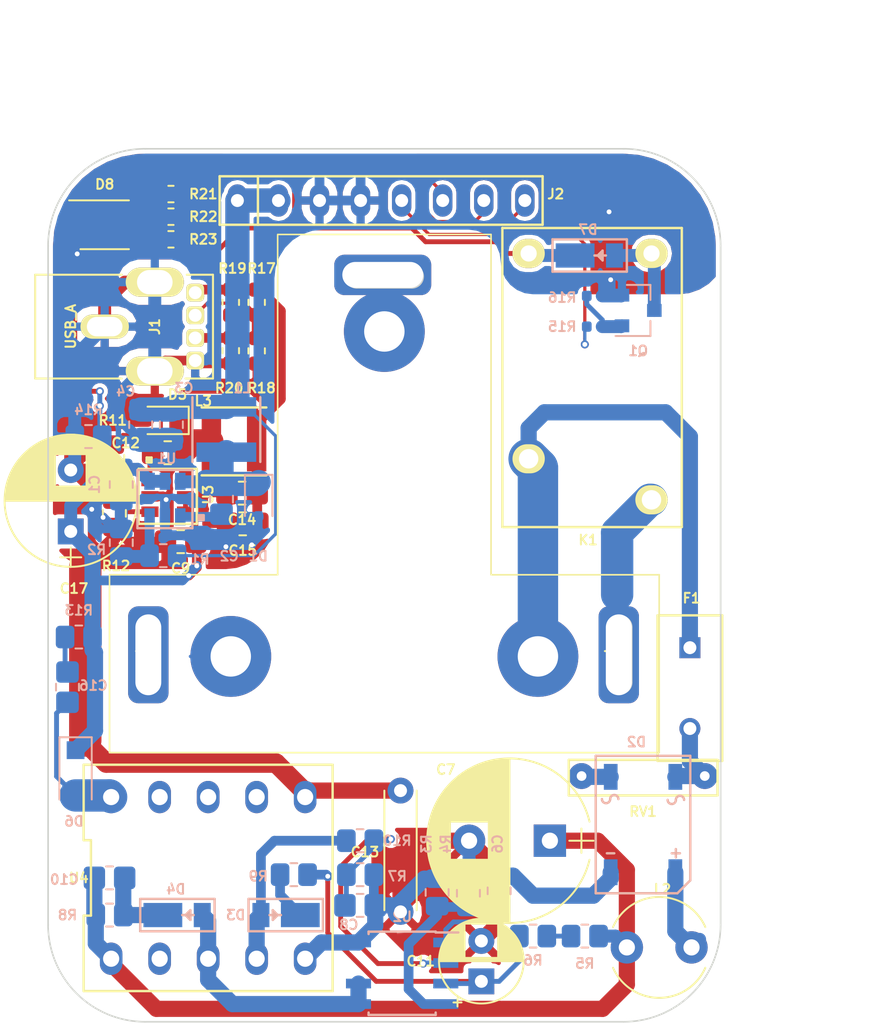
<source format=kicad_pcb>
(kicad_pcb (version 20171130) (host pcbnew "(5.0.0-rc2-199-gf785d2749)")
  (layers (0 F.Cu signal) (31 B.Cu signal) (34 B.Paste user) (35 F.Paste user) (36 B.SilkS user) (37 F.SilkS user) (38 B.Mask user) (39 F.Mask user) (44 Edge.Cuts user))
  (net 0 "")
  (net 1 +12V)
  (net 2 GND)
  (net 3 "Net-(C2-Pad2)")
  (net 4 "Net-(C2-Pad1)")
  (net 5 +3V3)
  (net 6 GNDPWR)
  (net 7 "Net-(C6-Pad1)")
  (net 8 /DC_BUS)
  (net 9 "Net-(C8-Pad1)")
  (net 10 "Net-(C10-Pad2)")
  (net 11 "Net-(C11-Pad1)")
  (net 12 "Net-(C12-Pad2)")
  (net 13 "Net-(C12-Pad1)")
  (net 14 +5V)
  (net 15 "Net-(C16-Pad1)")
  (net 16 "Net-(C16-Pad2)")
  (net 17 /AC_N_IN)
  (net 18 "Net-(D2-Pad4)")
  (net 19 "Net-(D3-Pad2)")
  (net 20 "Net-(D3-Pad1)")
  (net 21 /DRIAN)
  (net 22 "Net-(D7-Pad2)")
  (net 23 "Net-(D8-Pad6)")
  (net 24 "Net-(D8-Pad5)")
  (net 25 "Net-(D8-Pad4)")
  (net 26 /AC_L_IN)
  (net 27 "Net-(J1-Pad3)")
  (net 28 "Net-(J1-Pad2)")
  (net 29 /AC_L_OUT)
  (net 30 "Net-(Q1-Pad1)")
  (net 31 "Net-(R1-Pad2)")
  (net 32 "Net-(R3-Pad1)")
  (net 33 "Net-(R5-Pad2)")
  (net 34 "Net-(R11-Pad2)")
  (net 35 /RELAY)
  (net 36 /R)
  (net 37 /G)
  (net 38 /B)
  (net 39 "Net-(TP1-Pad1)")
  (net 40 "Net-(TP3-Pad1)")
  (net 41 "Net-(U4-Pad9)")
  (net 42 "Net-(U4-Pad2)")
  (net 43 "Net-(U4-Pad8)")
  (net 44 "Net-(U4-Pad7)")
  (net 45 "Net-(D2-Pad1)")
  (module IOT_Design:PAD_INPUT (layer F.Cu) (at 130.3 86.5)
    (fp_text reference TP2 (at 0 0.1) (layer F.SilkS) (effects (font (size 0.6 0.6) (thickness 0.125))))
    (fp_text value N2)
    (pad 1 thru_hole roundrect (at 0 0) (size 2.5 6) (drill oval 1.6 5) (layers *.Cu *.Mask) (net 39 "Net-(TP1-Pad1)"))
  )
  (module Inductor_THT:L_Radial_D6.0mm_P4.00mm (layer F.Cu) (at 163.9 104.6 180)
    (fp_text reference L2 (at 1.8 3.6 180) (layer F.SilkS) (effects (font (size 0.6 0.6) (thickness 0.125))))
    (fp_text value 1mH)
    (pad 1 thru_hole circle (at 0 0 180) (size 2 2) (drill 1) (layers *.Cu *.Mask) (net 45 "Net-(D2-Pad1)"))
    (pad 2 thru_hole circle (at 4 0 180) (size 2 2) (drill 1) (layers *.Cu *.Mask) (net 8 /DC_BUS))
  )
  (module IOT_Design:Y1Capacitor (layer F.Cu) (at 145.9 98.7 270)
    (fp_text reference C13 (at 0 2.2) (layer F.SilkS) (effects (font (size 0.6 0.6) (thickness 0.125))))
    (fp_text value 1nF/Y1)
    (pad 1 thru_hole circle (at -3.8 0 270) (size 1.6 1.6) (drill 0.8) (layers *.Cu *.Mask) (net 2 GND))
    (pad 2 thru_hole circle (at 3.7 0 270) (size 1.6 1.6) (drill 0.8) (layers *.Cu *.Mask) (net 6 GNDPWR))
  )
  (module IOT_Design:POWERDI-123 (layer B.Cu) (at 157.5 61.8 180)
    (fp_text reference D7 (at 0 1.6 180) (layer B.SilkS) (effects (font (size 0.6 0.6) (thickness 0.125)) (justify mirror)))
    (fp_text value DFLR1600-7)
    (pad 1 smd rect (at 0.8 0 180) (size 2.4 1.5) (layers B.Cu B.Paste B.Mask) (net 1 +12V))
    (pad 2 smd rect (at -1.635 0 180) (size 1.05 1.5) (layers B.Cu B.Paste B.Mask) (net 22 "Net-(D7-Pad2)"))
  )
  (module LED_SMD:LED_Avago_PLCC6_3x2.8mm (layer F.Cu) (at 127.6 59.9)
    (fp_text reference D8 (at 0 -2.5) (layer F.SilkS) (effects (font (size 0.6 0.6) (thickness 0.125))))
    (fp_text value LED_RGB)
    (pad 6 smd rect (at 1.475 -0.9) (size 1.6 0.5) (layers F.Cu F.Paste F.Mask) (net 23 "Net-(D8-Pad6)"))
    (pad 5 smd rect (at 1.475 0) (size 1.6 0.5) (layers F.Cu F.Paste F.Mask) (net 24 "Net-(D8-Pad5)"))
    (pad 4 smd rect (at 1.475 0.9) (size 1.6 0.5) (layers F.Cu F.Paste F.Mask) (net 25 "Net-(D8-Pad4)"))
    (pad 3 smd rect (at -1.475 0.9) (size 1.6 0.5) (layers F.Cu F.Paste F.Mask) (net 2 GND))
    (pad 2 smd rect (at -1.475 0) (size 1.6 0.5) (layers F.Cu F.Paste F.Mask) (net 2 GND))
    (pad 1 smd rect (at -1.475 -0.9) (size 1.6 0.5) (layers F.Cu F.Paste F.Mask) (net 2 GND))
  )
  (module IOT_Design:USB_2.0_VER_SHORT (layer F.Cu) (at 130.7 66.2 270)
    (fp_text reference J1 (at 0 0 270) (layer F.SilkS) (effects (font (size 0.6 0.6) (thickness 0.125))))
    (fp_text value USB_A (at 0 5.2 270) (layer F.SilkS) (effects (font (size 0.6 0.6) (thickness 0.125))))
    (pad SHEL thru_hole oval (at 0 3.1) (size 3 1.5) (drill oval 2.2 1.2) (layers *.Cu *.Mask F.SilkS) (net 2 GND))
    (pad SHEL thru_hole oval (at 2.75 0) (size 3.6 1.8) (drill oval 2.2 1.6) (layers *.Cu *.Mask F.SilkS) (net 2 GND))
    (pad SHEL thru_hole oval (at -2.75 0) (size 3.6 1.8) (drill oval 2.2 1.5) (layers *.Cu *.Mask F.SilkS) (net 2 GND))
    (pad 3 thru_hole roundrect (at 0.7 -2.5 270) (size 1.1 1.1) (drill oval 0.8) (layers *.Cu *.Mask F.SilkS) (net 27 "Net-(J1-Pad3)"))
    (pad 2 thru_hole roundrect (at -0.7 -2.5 270) (size 1.1 1.1) (drill oval 0.8) (layers *.Cu *.Mask F.SilkS) (net 28 "Net-(J1-Pad2)"))
    (pad 1 thru_hole roundrect (at -2.1 -2.5 270) (size 1.1 1.1) (drill oval 0.8) (layers *.Cu *.Mask F.SilkS) (net 14 +5V))
    (pad 4 thru_hole roundrect (at 2.1 -2.5 270) (size 1.1 1.1) (drill oval 0.8) (layers *.Cu *.Mask F.SilkS) (net 2 GND))
  )
  (module IOT_Design:8Pin_Conn (layer F.Cu) (at 144.7 58.4)
    (fp_text reference J2 (at 10.8 -0.4) (layer F.SilkS) (effects (font (size 0.6 0.6) (thickness 0.125))))
    (fp_text value I/O)
    (pad 1 thru_hole oval (at -8.89 0) (size 1.2 2) (drill 0.8) (layers *.Cu *.Mask) (net 5 +3V3))
    (pad 2 thru_hole oval (at -6.35 0) (size 1.2 2) (drill 0.8) (layers *.Cu *.Mask) (net 5 +3V3))
    (pad 3 thru_hole oval (at -3.81 0) (size 1.2 2) (drill 0.8) (layers *.Cu *.Mask) (net 2 GND))
    (pad 4 thru_hole oval (at -1.27 0) (size 1.2 2) (drill 0.8) (layers *.Cu *.Mask) (net 2 GND))
    (pad 5 thru_hole oval (at 1.27 0) (size 1.2 2) (drill 0.8) (layers *.Cu *.Mask) (net 35 /RELAY))
    (pad 6 thru_hole oval (at 3.81 0) (size 1.2 2) (drill 0.8) (layers *.Cu *.Mask) (net 36 /R))
    (pad 7 thru_hole oval (at 6.35 0) (size 1.2 2) (drill 0.8) (layers *.Cu *.Mask) (net 37 /G))
    (pad 8 thru_hole oval (at 8.89 0) (size 1.2 2) (drill 0.8) (layers *.Cu *.Mask) (net 38 /B))
  )
  (module IOT_Design:RELAY_4Pin (layer F.Cu) (at 157.8 69.4 270)
    (fp_text reference K1 (at 10 0.3 180) (layer F.SilkS) (effects (font (size 0.6 0.6) (thickness 0.125))))
    (fp_text value G5Q-1A)
    (pad 1 thru_hole oval (at -7.725 -3.625 270) (size 1.8 2) (drill 1) (layers *.Cu *.Mask F.SilkS) (net 22 "Net-(D7-Pad2)"))
    (pad 2 thru_hole oval (at -7.725 3.975 270) (size 1.8 2) (drill 1) (layers *.Cu *.Mask F.SilkS) (net 1 +12V))
    (pad 4 thru_hole oval (at 7.515 -3.625 270) (size 1.8 2) (drill 1.2) (layers *.Cu *.Mask F.SilkS) (net 29 /AC_L_OUT))
    (pad 3 thru_hole oval (at 4.975 3.975 270) (size 1.8 2) (drill 1.2) (layers *.Cu *.Mask F.SilkS) (net 26 /AC_L_IN))
  )
  (module Package_TO_SOT_SMD:SOT-23 (layer B.Cu) (at 160.6 65.2)
    (fp_text reference Q1 (at 0 2.5) (layer B.SilkS) (effects (font (size 0.6 0.6) (thickness 0.125)) (justify mirror)))
    (fp_text value Q_NMOS_GSD)
    (pad 1 smd rect (at -1 0.95) (size 0.9 0.8) (layers B.Cu B.Paste B.Mask) (net 30 "Net-(Q1-Pad1)"))
    (pad 2 smd rect (at -1 -0.95) (size 0.9 0.8) (layers B.Cu B.Paste B.Mask) (net 2 GND))
    (pad 3 smd rect (at 1 0) (size 0.9 0.8) (layers B.Cu B.Paste B.Mask) (net 22 "Net-(D7-Pad2)"))
  )
  (module Resistor_SMD:R_0402_1005Metric (layer B.Cu) (at 157.9 66.2 180)
    (fp_text reference R15 (at 2 0 180) (layer B.SilkS) (effects (font (size 0.6 0.6) (thickness 0.125)) (justify mirror)))
    (fp_text value 1K)
    (pad 1 smd roundrect (at -0.48 0 180) (size 0.6 0.64) (layers B.Cu B.Paste B.Mask) (net 30 "Net-(Q1-Pad1)"))
    (pad 2 smd roundrect (at 0.48 0 180) (size 0.6 0.64) (layers B.Cu B.Paste B.Mask) (net 35 /RELAY))
  )
  (module Resistor_SMD:R_0402_1005Metric (layer B.Cu) (at 157.9 64.3)
    (fp_text reference R16 (at -2 0.1) (layer B.SilkS) (effects (font (size 0.6 0.6) (thickness 0.125)) (justify mirror)))
    (fp_text value 10K)
    (pad 2 smd roundrect (at 0.48 0) (size 0.6 0.64) (layers B.Cu B.Paste B.Mask) (net 2 GND))
    (pad 1 smd roundrect (at -0.48 0) (size 0.6 0.64) (layers B.Cu B.Paste B.Mask) (net 30 "Net-(Q1-Pad1)"))
  )
  (module Resistor_SMD:R_0603_1608Metric (layer F.Cu) (at 131.7 58 180)
    (fp_text reference R21 (at -2 0 180) (layer F.SilkS) (effects (font (size 0.6 0.6) (thickness 0.125))))
    (fp_text value 220R)
    (pad 1 smd roundrect (at -0.7875 0 180) (size 0.875 0.95) (layers F.Cu F.Paste F.Mask) (net 36 /R))
    (pad 2 smd roundrect (at 0.7875 0 180) (size 0.875 0.95) (layers F.Cu F.Paste F.Mask) (net 23 "Net-(D8-Pad6)"))
  )
  (module Resistor_SMD:R_0603_1608Metric (layer F.Cu) (at 131.7 59.4 180)
    (fp_text reference R22 (at -2 0 180) (layer F.SilkS) (effects (font (size 0.6 0.6) (thickness 0.125))))
    (fp_text value 220R)
    (pad 2 smd roundrect (at 0.7875 0 180) (size 0.875 0.95) (layers F.Cu F.Paste F.Mask) (net 24 "Net-(D8-Pad5)"))
    (pad 1 smd roundrect (at -0.7875 0 180) (size 0.875 0.95) (layers F.Cu F.Paste F.Mask) (net 37 /G))
  )
  (module Resistor_SMD:R_0603_1608Metric (layer F.Cu) (at 131.7 60.8 180)
    (fp_text reference R23 (at -2 0 180) (layer F.SilkS) (effects (font (size 0.6 0.6) (thickness 0.125))))
    (fp_text value 220R)
    (pad 1 smd roundrect (at -0.7875 0 180) (size 0.875 0.95) (layers F.Cu F.Paste F.Mask) (net 38 /B))
    (pad 2 smd roundrect (at 0.7875 0 180) (size 0.875 0.95) (layers F.Cu F.Paste F.Mask) (net 25 "Net-(D8-Pad4)"))
  )
  (module MountingHole:MountingHole_2.5mm_Pad (layer F.Cu) (at 135.4 86.6)
    (fp_text reference TP1 (at 0 0) (layer F.SilkS) (effects (font (size 0.6 0.6) (thickness 0.125))))
    (fp_text value N1)
    (pad 1 thru_hole circle (at 0 0) (size 5 5) (drill 2.5) (layers *.Cu *.Mask) (net 39 "Net-(TP1-Pad1)"))
  )
  (module MountingHole:MountingHole_2.5mm_Pad (layer F.Cu) (at 144.9 66.5)
    (fp_text reference TP3 (at 0 -0.1) (layer F.SilkS) (effects (font (size 0.6 0.6) (thickness 0.125))))
    (fp_text value E1)
    (pad 1 thru_hole circle (at 0 0) (size 5 5) (drill 2.5) (layers *.Cu *.Mask) (net 40 "Net-(TP3-Pad1)"))
  )
  (module IOT_Design:PAD_INPUT (layer F.Cu) (at 144.8 63 90)
    (fp_text reference TP4 (at 0 -0.1 180) (layer F.SilkS) (effects (font (size 0.6 0.6) (thickness 0.125))))
    (fp_text value E2)
    (pad 1 thru_hole roundrect (at 0 0 90) (size 2.5 6) (drill oval 1.6 5) (layers *.Cu *.Mask) (net 40 "Net-(TP3-Pad1)"))
  )
  (module MountingHole:MountingHole_2.5mm_Pad (layer F.Cu) (at 154.4 86.6)
    (fp_text reference TP5 (at 0.1 0) (layer F.SilkS) (effects (font (size 0.6 0.6) (thickness 0.125))))
    (fp_text value IN)
    (pad 1 thru_hole circle (at 0 0) (size 5 5) (drill 2.5) (layers *.Cu *.Mask) (net 26 /AC_L_IN))
  )
  (module IOT_Design:PAD_INPUT (layer F.Cu) (at 159.4 86.5)
    (fp_text reference TP6 (at -0.1 0.1) (layer F.SilkS) (effects (font (size 0.6 0.6) (thickness 0.125))))
    (fp_text value OUT)
    (pad 1 thru_hole roundrect (at 0 0) (size 2.5 6) (drill oval 1.6 5) (layers *.Cu *.Mask) (net 29 /AC_L_OUT))
  )
  (module IOT_Design:EE16VERTICAL_SK (layer F.Cu) (at 134 100.3)
    (fp_text reference U4 (at -8 0 180) (layer F.SilkS) (effects (font (size 0.6 0.6) (thickness 0.125))))
    (fp_text value Transformer10Pin)
    (pad 10 thru_hole oval (at -6 -5) (size 1.4 2) (drill 1) (layers *.Cu *.Mask) (net 16 "Net-(C16-Pad2)"))
    (pad 1 thru_hole oval (at -6 5) (size 1.4 2) (drill 1) (layers *.Cu *.Mask) (net 8 /DC_BUS))
    (pad 9 thru_hole oval (at -3 -5) (size 1.4 2) (drill 1) (layers *.Cu *.Mask) (net 41 "Net-(U4-Pad9)"))
    (pad 2 thru_hole oval (at -3 5) (size 1.4 2) (drill 1) (layers *.Cu *.Mask) (net 42 "Net-(U4-Pad2)"))
    (pad 8 thru_hole oval (at 0 -5) (size 1.4 2) (drill 1) (layers *.Cu *.Mask) (net 43 "Net-(U4-Pad8)"))
    (pad 3 thru_hole oval (at 0 5) (size 1.4 2) (drill 1) (layers *.Cu *.Mask) (net 21 /DRIAN))
    (pad 7 thru_hole oval (at 3 -5) (size 1.4 2) (drill 1) (layers *.Cu *.Mask) (net 44 "Net-(U4-Pad7)"))
    (pad 4 thru_hole oval (at 3 5) (size 1.4 2) (drill 1) (layers *.Cu *.Mask) (net 19 "Net-(D3-Pad2)"))
    (pad 6 thru_hole oval (at 6 -5) (size 1.4 2) (drill 1) (layers *.Cu *.Mask) (net 2 GND))
    (pad 5 thru_hole oval (at 6 5) (size 1.4 2) (drill 1) (layers *.Cu *.Mask) (net 6 GNDPWR))
  )
  (module Capacitor_SMD:C_0805_2012Metric_Pad1.33x1.40mm_HandSolder (layer B.Cu) (at 128.625979 75.966369 270)
    (fp_text reference C1 (at 0 1.65 270) (layer B.SilkS) (effects (font (size 0.6 0.6) (thickness 0.125)) (justify mirror)))
    (fp_text value 10uF)
    (pad 2 smd roundrect (at 0.9375 0 270) (size 1.325 1.4) (layers B.Cu B.Paste B.Mask) (roundrect_rratio 0.188679) (net 2 GND))
    (pad 1 smd roundrect (at -0.9375 0 270) (size 1.325 1.4) (layers B.Cu B.Paste B.Mask) (roundrect_rratio 0.188679) (net 1 +12V))
  )
  (module Capacitor_SMD:C_0805_2012Metric_Pad1.33x1.40mm_HandSolder (layer B.Cu) (at 134.825979 76.866369 270)
    (fp_text reference C2 (at 3.533631 -0.474021) (layer B.SilkS) (effects (font (size 0.6 0.6) (thickness 0.125)) (justify mirror)))
    (fp_text value 10nF)
    (pad 1 smd roundrect (at -0.9375 0 270) (size 1.325 1.4) (layers B.Cu B.Paste B.Mask) (roundrect_rratio 0.188679) (net 4 "Net-(C2-Pad1)"))
    (pad 2 smd roundrect (at 0.9375 0 270) (size 1.325 1.4) (layers B.Cu B.Paste B.Mask) (roundrect_rratio 0.188679) (net 3 "Net-(C2-Pad2)"))
  )
  (module Capacitor_SMD:C_0805_2012Metric_Pad1.33x1.40mm_HandSolder (layer B.Cu) (at 131.725979 72.266369 270)
    (fp_text reference C3 (at -2.266369 -0.774021) (layer B.SilkS) (effects (font (size 0.6 0.6) (thickness 0.125)) (justify mirror)))
    (fp_text value 22uF/6.3V)
    (pad 2 smd roundrect (at 0.9375 0 270) (size 1.325 1.4) (layers B.Cu B.Paste B.Mask) (roundrect_rratio 0.188679) (net 2 GND))
    (pad 1 smd roundrect (at -0.9375 0 270) (size 1.325 1.4) (layers B.Cu B.Paste B.Mask) (roundrect_rratio 0.188679) (net 5 +3V3))
  )
  (module Capacitor_SMD:C_0805_2012Metric_Pad1.33x1.40mm_HandSolder (layer B.Cu) (at 129.825979 72.266369 270)
    (fp_text reference C4 (at -2.066369 0.925979) (layer B.SilkS) (effects (font (size 0.6 0.6) (thickness 0.125)) (justify mirror)))
    (fp_text value 0.1uF)
    (pad 2 smd roundrect (at 0.9375 0 270) (size 1.325 1.4) (layers B.Cu B.Paste B.Mask) (roundrect_rratio 0.188679) (net 2 GND))
    (pad 1 smd roundrect (at -0.9375 0 270) (size 1.325 1.4) (layers B.Cu B.Paste B.Mask) (roundrect_rratio 0.188679) (net 5 +3V3))
  )
  (module Capacitor_SMD:C_0805_2012Metric_Pad1.33x1.40mm_HandSolder (layer B.Cu) (at 152 101.1 90)
    (fp_text reference C6 (at 2.9 -0.1 90) (layer B.SilkS) (effects (font (size 0.6 0.6) (thickness 0.125)) (justify mirror)))
    (fp_text value 10nF)
    (pad 2 smd roundrect (at 0.9375 0 90) (size 1.325 1.4) (layers B.Cu B.Paste B.Mask) (roundrect_rratio 0.188679) (net 6 GNDPWR))
    (pad 1 smd roundrect (at -0.9375 0 90) (size 1.325 1.4) (layers B.Cu B.Paste B.Mask) (roundrect_rratio 0.188679) (net 7 "Net-(C6-Pad1)"))
  )
  (module IOT_Design:CP_Radial_D10.0mm_P5.00mm (layer F.Cu) (at 152.6 98 180)
    (fp_text reference C7 (at 3.9 4.4 180) (layer F.SilkS) (effects (font (size 0.6 0.6) (thickness 0.125))))
    (fp_text value 10uF/450V)
    (pad 1 thru_hole rect (at -2.54 0 180) (size 2 2) (drill 1) (layers *.Cu *.Mask) (net 8 /DC_BUS))
    (pad 2 thru_hole circle (at 2.46 0 180) (size 2 2) (drill 1) (layers *.Cu *.Mask) (net 6 GNDPWR))
  )
  (module Capacitor_SMD:C_0805_2012Metric_Pad1.33x1.40mm_HandSolder (layer B.Cu) (at 143.4 102)
    (fp_text reference C8 (at -0.7 1.2) (layer B.SilkS) (effects (font (size 0.6 0.6) (thickness 0.125)) (justify mirror)))
    (fp_text value 22K)
    (pad 1 smd roundrect (at -0.9375 0) (size 1.325 1.4) (layers B.Cu B.Paste B.Mask) (roundrect_rratio 0.188679) (net 9 "Net-(C8-Pad1)"))
    (pad 2 smd roundrect (at 0.9375 0) (size 1.325 1.4) (layers B.Cu B.Paste B.Mask) (roundrect_rratio 0.188679) (net 6 GNDPWR))
  )
  (module Capacitor_SMD:C_0805_2012Metric_Pad1.33x1.40mm_HandSolder (layer F.Cu) (at 132.3 79.5 180)
    (fp_text reference C9 (at 0 -1.65 180) (layer F.SilkS) (effects (font (size 0.6 0.6) (thickness 0.125))))
    (fp_text value 10uF)
    (pad 1 smd roundrect (at -0.9375 0 180) (size 1.325 1.4) (layers F.Cu F.Paste F.Mask) (roundrect_rratio 0.188679) (net 1 +12V))
    (pad 2 smd roundrect (at 0.9375 0 180) (size 1.325 1.4) (layers F.Cu F.Paste F.Mask) (roundrect_rratio 0.188679) (net 2 GND))
  )
  (module Capacitor_SMD:C_0805_2012Metric_Pad1.33x1.40mm_HandSolder (layer B.Cu) (at 127.9 100.3)
    (fp_text reference C10 (at -2.8 0.1) (layer B.SilkS) (effects (font (size 0.6 0.6) (thickness 0.125)) (justify mirror)))
    (fp_text value 1nF/1KV)
    (pad 1 smd roundrect (at -0.9375 0) (size 1.325 1.4) (layers B.Cu B.Paste B.Mask) (roundrect_rratio 0.188679) (net 8 /DC_BUS))
    (pad 2 smd roundrect (at 0.9375 0) (size 1.325 1.4) (layers B.Cu B.Paste B.Mask) (roundrect_rratio 0.188679) (net 10 "Net-(C10-Pad2)"))
  )
  (module Capacitor_THT:CP_Radial_D5.0mm_P2.50mm (layer F.Cu) (at 150.9 106.7 90)
    (fp_text reference C11 (at 1.25 -3.75 180) (layer F.SilkS) (effects (font (size 0.6 0.6) (thickness 0.125))))
    (fp_text value 4.7uF/50V)
    (pad 1 thru_hole rect (at 0 0 90) (size 1.6 1.6) (drill 0.8) (layers *.Cu *.Mask) (net 11 "Net-(C11-Pad1)"))
    (pad 2 thru_hole circle (at 2.5 0 90) (size 1.6 1.6) (drill 0.8) (layers *.Cu *.Mask) (net 6 GNDPWR))
  )
  (module Capacitor_SMD:C_0805_2012Metric_Pad1.33x1.40mm_HandSolder (layer F.Cu) (at 131.5 74 180)
    (fp_text reference C12 (at 2.6 0.6 180) (layer F.SilkS) (effects (font (size 0.6 0.6) (thickness 0.125))))
    (fp_text value 10nF)
    (pad 1 smd roundrect (at -0.9375 0 180) (size 1.325 1.4) (layers F.Cu F.Paste F.Mask) (roundrect_rratio 0.188679) (net 13 "Net-(C12-Pad1)"))
    (pad 2 smd roundrect (at 0.9375 0 180) (size 1.325 1.4) (layers F.Cu F.Paste F.Mask) (roundrect_rratio 0.188679) (net 12 "Net-(C12-Pad2)"))
  )
  (module Capacitor_SMD:C_0805_2012Metric_Pad1.33x1.40mm_HandSolder (layer F.Cu) (at 136.1 76.5 180)
    (fp_text reference C14 (at 0 -1.65 180) (layer F.SilkS) (effects (font (size 0.6 0.6) (thickness 0.125))))
    (fp_text value 22uF/6.3V)
    (pad 2 smd roundrect (at 0.9375 0 180) (size 1.325 1.4) (layers F.Cu F.Paste F.Mask) (roundrect_rratio 0.188679) (net 2 GND))
    (pad 1 smd roundrect (at -0.9375 0 180) (size 1.325 1.4) (layers F.Cu F.Paste F.Mask) (roundrect_rratio 0.188679) (net 14 +5V))
  )
  (module Capacitor_SMD:C_0805_2012Metric_Pad1.33x1.40mm_HandSolder (layer F.Cu) (at 136.1375 78.4 180)
    (fp_text reference C15 (at 0 -1.65 180) (layer F.SilkS) (effects (font (size 0.6 0.6) (thickness 0.125))))
    (fp_text value 0.1uF)
    (pad 1 smd roundrect (at -0.9375 0 180) (size 1.325 1.4) (layers F.Cu F.Paste F.Mask) (roundrect_rratio 0.188679) (net 14 +5V))
    (pad 2 smd roundrect (at 0.9375 0 180) (size 1.325 1.4) (layers F.Cu F.Paste F.Mask) (roundrect_rratio 0.188679) (net 2 GND))
  )
  (module Capacitor_SMD:C_0805_2012Metric_Pad1.33x1.40mm_HandSolder (layer B.Cu) (at 125.3 88.5 270)
    (fp_text reference C16 (at -0.1 -1.6 180) (layer B.SilkS) (effects (font (size 0.6 0.6) (thickness 0.125)) (justify mirror)))
    (fp_text value 1nF/1KV)
    (pad 2 smd roundrect (at 0.9375 0 270) (size 1.325 1.4) (layers B.Cu B.Paste B.Mask) (roundrect_rratio 0.188679) (net 16 "Net-(C16-Pad2)"))
    (pad 1 smd roundrect (at -0.9375 0 270) (size 1.325 1.4) (layers B.Cu B.Paste B.Mask) (roundrect_rratio 0.188679) (net 15 "Net-(C16-Pad1)"))
  )
  (module IOT_Design:CP_Radial_D8.0mm_P3.80mm (layer F.Cu) (at 125.5 77.6 90)
    (fp_text reference C17 (at -4.8 0.2 180) (layer F.SilkS) (effects (font (size 0.6 0.6) (thickness 0.125))))
    (fp_text value 680uF)
    (pad 2 thru_hole circle (at 2.53 0 90) (size 1.6 1.6) (drill 0.8) (layers *.Cu *.Mask) (net 2 GND))
    (pad 1 thru_hole rect (at -1.27 0 90) (size 1.6 1.6) (drill 0.8) (layers *.Cu *.Mask) (net 1 +12V))
  )
  (module Diode_SMD:D_SOD-323 (layer B.Cu) (at 137.125979 76.866369 270)
    (fp_text reference D1 (at 3.533631 0.025979) (layer B.SilkS) (effects (font (size 0.6 0.6) (thickness 0.125)) (justify mirror)))
    (fp_text value D_Small_ALT)
    (pad 1 smd rect (at -1.05 0 270) (size 0.6 0.45) (layers B.Cu B.Paste B.Mask) (net 4 "Net-(C2-Pad1)"))
    (pad 2 smd rect (at 1.05 0 270) (size 0.6 0.45) (layers B.Cu B.Paste B.Mask) (net 2 GND))
  )
  (module IOT_Design:POWERDI-123 (layer B.Cu) (at 138.9 102.6)
    (fp_text reference D3 (at -3.2 0) (layer B.SilkS) (effects (font (size 0.6 0.6) (thickness 0.125)) (justify mirror)))
    (fp_text value DFLR1600-7)
    (pad 1 smd rect (at 0.8 0) (size 2.4 1.5) (layers B.Cu B.Paste B.Mask) (net 20 "Net-(D3-Pad1)"))
    (pad 2 smd rect (at -1.635 0) (size 1.05 1.5) (layers B.Cu B.Paste B.Mask) (net 19 "Net-(D3-Pad2)"))
  )
  (module IOT_Design:POWERDI-123 (layer B.Cu) (at 132 102.6 180)
    (fp_text reference D4 (at 0 1.6 180) (layer B.SilkS) (effects (font (size 0.6 0.6) (thickness 0.125)) (justify mirror)))
    (fp_text value DFLR1600-7)
    (pad 2 smd rect (at -1.635 0 180) (size 1.05 1.5) (layers B.Cu B.Paste B.Mask) (net 21 /DRIAN))
    (pad 1 smd rect (at 0.8 0 180) (size 2.4 1.5) (layers B.Cu B.Paste B.Mask) (net 10 "Net-(C10-Pad2)"))
  )
  (module Diode_SMD:D_SOD-323 (layer F.Cu) (at 131.3 72 180)
    (fp_text reference D5 (at -0.8 1.6 180) (layer F.SilkS) (effects (font (size 0.6 0.6) (thickness 0.125))))
    (fp_text value D_Small_ALT)
    (pad 2 smd rect (at 1.05 0 180) (size 0.6 0.45) (layers F.Cu F.Paste F.Mask) (net 2 GND))
    (pad 1 smd rect (at -1.05 0 180) (size 0.6 0.45) (layers F.Cu F.Paste F.Mask) (net 13 "Net-(C12-Pad1)"))
  )
  (module IOT_Design:D_SOD-123F (layer B.Cu) (at 125.8 93.8 270)
    (fp_text reference D6 (at 3 0.1) (layer B.SilkS) (effects (font (size 0.6 0.6) (thickness 0.125)) (justify mirror)))
    (fp_text value 2SS100L-W)
    (pad 2 smd rect (at 1.4 0 270) (size 1.1 1.1) (layers B.Cu B.Paste B.Mask) (net 16 "Net-(C16-Pad2)"))
    (pad 1 smd rect (at -1.4 0 270) (size 1.1 1.1) (layers B.Cu B.Paste B.Mask) (net 1 +12V))
  )
  (module IOT_Design:fuse_L7_W4_P5 (layer F.Cu) (at 163.8 88.6 270)
    (fp_text reference F1 (at -5.6 -0.1 180) (layer F.SilkS) (effects (font (size 0.6 0.6) (thickness 0.125))))
    (fp_text value RST2)
    (pad 1 thru_hole rect (at -2.54 0 270) (size 1.3 1.3) (drill 0.8) (layers *.Cu *.Mask) (net 26 /AC_L_IN))
    (pad 2 thru_hole circle (at 2.46 0 270) (size 1.3 1.3) (drill 0.8) (layers *.Cu *.Mask) (net 18 "Net-(D2-Pad4)"))
  )
  (module IOT_Design:Inductor_Taiyo-Yuden_MD-4040 (layer B.Cu) (at 135.125979 72.566369 90)
    (fp_text reference L1 (at 2.566369 0.974021) (layer B.SilkS) (effects (font (size 0.6 0.6) (thickness 0.125)) (justify mirror)))
    (fp_text value 4.7uH)
    (pad 1 smd rect (at -1.4 0 90) (size 1.2 3.7) (layers B.Cu B.Paste B.Mask) (net 4 "Net-(C2-Pad1)"))
    (pad 2 smd rect (at 1.4 0 90) (size 1.2 3.7) (layers B.Cu B.Paste B.Mask) (net 5 +3V3))
  )
  (module IOT_Design:Inductor_Taiyo-Yuden_MD-4040 (layer F.Cu) (at 135.6 73.3)
    (fp_text reference L3 (at -1.9 -2.5 180) (layer F.SilkS) (effects (font (size 0.6 0.6) (thickness 0.125))))
    (fp_text value 4.7uH)
    (pad 2 smd rect (at 1.4 0) (size 1.2 3.7) (layers F.Cu F.Paste F.Mask) (net 14 +5V))
    (pad 1 smd rect (at -1.4 0) (size 1.2 3.7) (layers F.Cu F.Paste F.Mask) (net 13 "Net-(C12-Pad1)"))
  )
  (module Resistor_SMD:R_0805_2012Metric (layer B.Cu) (at 131.225979 80.366369 180)
    (fp_text reference R1 (at -2.274021 -0.233631 180) (layer B.SilkS) (effects (font (size 0.6 0.6) (thickness 0.125)) (justify mirror)))
    (fp_text value 49.9K)
    (pad 2 smd roundrect (at 0.85 0 180) (size 1.15 1.4) (layers B.Cu B.Paste B.Mask) (roundrect_rratio 0.217391) (net 31 "Net-(R1-Pad2)"))
    (pad 1 smd roundrect (at -0.85 0 180) (size 1.15 1.4) (layers B.Cu B.Paste B.Mask) (roundrect_rratio 0.217391) (net 5 +3V3))
  )
  (module Resistor_SMD:R_0805_2012Metric (layer B.Cu) (at 128.625979 79.566369 90)
    (fp_text reference R2 (at -0.433631 -1.525979 180) (layer B.SilkS) (effects (font (size 0.6 0.6) (thickness 0.125)) (justify mirror)))
    (fp_text value 16.2K)
    (pad 1 smd roundrect (at -0.85 0 90) (size 1.15 1.4) (layers B.Cu B.Paste B.Mask) (roundrect_rratio 0.217391) (net 31 "Net-(R1-Pad2)"))
    (pad 2 smd roundrect (at 0.85 0 90) (size 1.15 1.4) (layers B.Cu B.Paste B.Mask) (roundrect_rratio 0.217391) (net 2 GND))
  )
  (module Resistor_SMD:R_0805_2012Metric (layer B.Cu) (at 148.164776 101.2 90)
    (fp_text reference R3 (at 3 -0.664776 90) (layer B.SilkS) (effects (font (size 0.6 0.6) (thickness 0.125)) (justify mirror)))
    (fp_text value 1.2R)
    (pad 1 smd roundrect (at -0.85 0 90) (size 1.15 1.4) (layers B.Cu B.Paste B.Mask) (roundrect_rratio 0.217391) (net 32 "Net-(R3-Pad1)"))
    (pad 2 smd roundrect (at 0.85 0 90) (size 1.15 1.4) (layers B.Cu B.Paste B.Mask) (roundrect_rratio 0.217391) (net 6 GNDPWR))
  )
  (module Resistor_SMD:R_0805_2012Metric (layer B.Cu) (at 150.1 101.25 90)
    (fp_text reference R4 (at 3.05 -1.4 90) (layer B.SilkS) (effects (font (size 0.6 0.6) (thickness 0.125)) (justify mirror)))
    (fp_text value 1.8R)
    (pad 1 smd roundrect (at -0.85 0 90) (size 1.15 1.4) (layers B.Cu B.Paste B.Mask) (roundrect_rratio 0.217391) (net 32 "Net-(R3-Pad1)"))
    (pad 2 smd roundrect (at 0.85 0 90) (size 1.15 1.4) (layers B.Cu B.Paste B.Mask) (roundrect_rratio 0.217391) (net 6 GNDPWR))
  )
  (module Resistor_SMD:R_0805_2012Metric (layer B.Cu) (at 157.3 103.9 180)
    (fp_text reference R5 (at 0 -1.7 180) (layer B.SilkS) (effects (font (size 0.6 0.6) (thickness 0.125)) (justify mirror)))
    (fp_text value 2M)
    (pad 1 smd roundrect (at -0.85 0 180) (size 1.15 1.4) (layers B.Cu B.Paste B.Mask) (roundrect_rratio 0.217391) (net 8 /DC_BUS))
    (pad 2 smd roundrect (at 0.85 0 180) (size 1.15 1.4) (layers B.Cu B.Paste B.Mask) (roundrect_rratio 0.217391) (net 33 "Net-(R5-Pad2)"))
  )
  (module Resistor_SMD:R_0805_2012Metric (layer B.Cu) (at 154.1 103.9 180)
    (fp_text reference R6 (at 0 -1.5 180) (layer B.SilkS) (effects (font (size 0.6 0.6) (thickness 0.125)) (justify mirror)))
    (fp_text value 2M)
    (pad 1 smd roundrect (at -0.85 0 180) (size 1.15 1.4) (layers B.Cu B.Paste B.Mask) (roundrect_rratio 0.217391) (net 33 "Net-(R5-Pad2)"))
    (pad 2 smd roundrect (at 0.85 0 180) (size 1.15 1.4) (layers B.Cu B.Paste B.Mask) (roundrect_rratio 0.217391) (net 11 "Net-(C11-Pad1)"))
  )
  (module Resistor_SMD:R_0805_2012Metric (layer B.Cu) (at 143.4 100.1)
    (fp_text reference R7 (at 2.3 0.1) (layer B.SilkS) (effects (font (size 0.6 0.6) (thickness 0.125)) (justify mirror)))
    (fp_text value 10pF/16V)
    (pad 2 smd roundrect (at 0.85 0) (size 1.15 1.4) (layers B.Cu B.Paste B.Mask) (roundrect_rratio 0.217391) (net 6 GNDPWR))
    (pad 1 smd roundrect (at -0.85 0) (size 1.15 1.4) (layers B.Cu B.Paste B.Mask) (roundrect_rratio 0.217391) (net 9 "Net-(C8-Pad1)"))
  )
  (module Resistor_SMD:R_0805_2012Metric (layer B.Cu) (at 127.9 102.6)
    (fp_text reference R8 (at -2.6 0) (layer B.SilkS) (effects (font (size 0.6 0.6) (thickness 0.125)) (justify mirror)))
    (fp_text value 150K)
    (pad 2 smd roundrect (at 0.85 0) (size 1.15 1.4) (layers B.Cu B.Paste B.Mask) (roundrect_rratio 0.217391) (net 10 "Net-(C10-Pad2)"))
    (pad 1 smd roundrect (at -0.85 0) (size 1.15 1.4) (layers B.Cu B.Paste B.Mask) (roundrect_rratio 0.217391) (net 8 /DC_BUS))
  )
  (module Resistor_SMD:R_0805_2012Metric (layer B.Cu) (at 139.3 100.1)
    (fp_text reference R9 (at -2.2 0.1) (layer B.SilkS) (effects (font (size 0.6 0.6) (thickness 0.125)) (justify mirror)))
    (fp_text value 10R)
    (pad 2 smd roundrect (at 0.85 0) (size 1.15 1.4) (layers B.Cu B.Paste B.Mask) (roundrect_rratio 0.217391) (net 11 "Net-(C11-Pad1)"))
    (pad 1 smd roundrect (at -0.85 0) (size 1.15 1.4) (layers B.Cu B.Paste B.Mask) (roundrect_rratio 0.217391) (net 20 "Net-(D3-Pad1)"))
  )
  (module Resistor_SMD:R_0805_2012Metric (layer B.Cu) (at 143.4 98)
    (fp_text reference R10 (at 2.3 0) (layer B.SilkS) (effects (font (size 0.6 0.6) (thickness 0.125)) (justify mirror)))
    (fp_text value 47K)
    (pad 2 smd roundrect (at 0.85 0) (size 1.15 1.4) (layers B.Cu B.Paste B.Mask) (roundrect_rratio 0.217391) (net 9 "Net-(C8-Pad1)"))
    (pad 1 smd roundrect (at -0.85 0) (size 1.15 1.4) (layers B.Cu B.Paste B.Mask) (roundrect_rratio 0.217391) (net 19 "Net-(D3-Pad2)"))
  )
  (module Resistor_SMD:R_0805_2012Metric (layer F.Cu) (at 128.1 74.35 270)
    (fp_text reference R11 (at -2.35 0) (layer F.SilkS) (effects (font (size 0.6 0.6) (thickness 0.125))))
    (fp_text value 49.9K)
    (pad 2 smd roundrect (at 0.85 0 270) (size 1.15 1.4) (layers F.Cu F.Paste F.Mask) (roundrect_rratio 0.217391) (net 34 "Net-(R11-Pad2)"))
    (pad 1 smd roundrect (at -0.85 0 270) (size 1.15 1.4) (layers F.Cu F.Paste F.Mask) (roundrect_rratio 0.217391) (net 14 +5V))
  )
  (module Resistor_SMD:R_0805_2012Metric (layer F.Cu) (at 128.2 77.75 270)
    (fp_text reference R12 (at 3.25 -0.1) (layer F.SilkS) (effects (font (size 0.6 0.6) (thickness 0.125))))
    (fp_text value 16.2K)
    (pad 1 smd roundrect (at -0.85 0 270) (size 1.15 1.4) (layers F.Cu F.Paste F.Mask) (roundrect_rratio 0.217391) (net 34 "Net-(R11-Pad2)"))
    (pad 2 smd roundrect (at 0.85 0 270) (size 1.15 1.4) (layers F.Cu F.Paste F.Mask) (roundrect_rratio 0.217391) (net 2 GND))
  )
  (module Resistor_SMD:R_0805_2012Metric (layer B.Cu) (at 126 85.4 180)
    (fp_text reference R13 (at 0 1.65 180) (layer B.SilkS) (effects (font (size 0.6 0.6) (thickness 0.125)) (justify mirror)))
    (fp_text value 30E)
    (pad 2 smd roundrect (at 0.85 0 180) (size 1.15 1.4) (layers B.Cu B.Paste B.Mask) (roundrect_rratio 0.217391) (net 15 "Net-(C16-Pad1)"))
    (pad 1 smd roundrect (at -0.85 0 180) (size 1.15 1.4) (layers B.Cu B.Paste B.Mask) (roundrect_rratio 0.217391) (net 1 +12V))
  )
  (module Resistor_SMD:R_0805_2012Metric (layer B.Cu) (at 126.6 73 180)
    (fp_text reference R14 (at 0 1.65 180) (layer B.SilkS) (effects (font (size 0.6 0.6) (thickness 0.125)) (justify mirror)))
    (fp_text value 4.7K)
    (pad 1 smd roundrect (at -0.85 0 180) (size 1.15 1.4) (layers B.Cu B.Paste B.Mask) (roundrect_rratio 0.217391) (net 1 +12V))
    (pad 2 smd roundrect (at 0.85 0 180) (size 1.15 1.4) (layers B.Cu B.Paste B.Mask) (roundrect_rratio 0.217391) (net 2 GND))
  )
  (module IOT_Design:AP3211 (layer B.Cu) (at 131.325979 76.866369 90)
    (fp_text reference U1 (at 2.5 0.1 -180) (layer B.SilkS) (effects (font (size 0.6 0.6) (thickness 0.125)) (justify mirror)))
    (fp_text value AP3211)
    (pad 1 smd rect (at -1.1 0.95 90) (size 1.06 0.65) (layers B.Cu B.Paste B.Mask) (net 3 "Net-(C2-Pad2)"))
    (pad 2 smd rect (at -1.1 0 90) (size 1.06 0.65) (layers B.Cu B.Paste B.Mask) (net 2 GND))
    (pad 3 smd rect (at -1.1 -0.95 90) (size 1.06 0.65) (layers B.Cu B.Paste B.Mask) (net 31 "Net-(R1-Pad2)"))
    (pad 4 smd rect (at 1.1 -0.95 90) (size 1.06 0.65) (layers B.Cu B.Paste B.Mask) (net 1 +12V))
    (pad 6 smd rect (at 1.1 0.95 90) (size 1.06 0.65) (layers B.Cu B.Paste B.Mask) (net 4 "Net-(C2-Pad1)"))
    (pad 5 smd rect (at 1.1 0 90) (size 1.06 0.65) (layers B.Cu B.Paste B.Mask) (net 1 +12V))
  )
  (module IOT_Design:AP3983R (layer B.Cu) (at 146 106.2 180)
    (fp_text reference U2 (at 0 3.5 180) (layer B.SilkS) (effects (font (size 0.6 0.6) (thickness 0.125)) (justify mirror)))
    (fp_text value AP3983)
    (pad 7 smd rect (at 2.7 1.905 180) (size 1.55 0.6) (layers B.Cu B.Paste B.Mask) (net 6 GNDPWR))
    (pad 6 smd rect (at 2.7 -0.635 180) (size 1.55 0.6) (layers B.Cu B.Paste B.Mask) (net 21 /DRIAN))
    (pad 5 smd rect (at 2.7 -1.905 180) (size 1.55 0.6) (layers B.Cu B.Paste B.Mask) (net 21 /DRIAN))
    (pad 4 smd rect (at -2.7 -1.905 180) (size 1.55 0.6) (layers B.Cu B.Paste B.Mask) (net 32 "Net-(R3-Pad1)"))
    (pad 3 smd rect (at -2.7 -0.635 180) (size 1.55 0.6) (layers B.Cu B.Paste B.Mask) (net 11 "Net-(C11-Pad1)"))
    (pad 2 smd rect (at -2.7 0.635 180) (size 1.55 0.6) (layers B.Cu B.Paste B.Mask) (net 9 "Net-(C8-Pad1)"))
    (pad 1 smd rect (at -2.7 1.905 180) (size 1.55 0.6) (layers B.Cu B.Paste B.Mask) (net 7 "Net-(C6-Pad1)"))
  )
  (module IOT_Design:AP3211 (layer F.Cu) (at 131.5 76.7)
    (fp_text reference U3 (at 2.5 -0.1 270) (layer F.SilkS) (effects (font (size 0.6 0.6) (thickness 0.125))))
    (fp_text value AP3211)
    (pad 5 smd rect (at 1.1 0) (size 1.06 0.65) (layers F.Cu F.Paste F.Mask) (net 1 +12V))
    (pad 6 smd rect (at 1.1 -0.95) (size 1.06 0.65) (layers F.Cu F.Paste F.Mask) (net 13 "Net-(C12-Pad1)"))
    (pad 4 smd rect (at 1.1 0.95) (size 1.06 0.65) (layers F.Cu F.Paste F.Mask) (net 1 +12V))
    (pad 3 smd rect (at -1.1 0.95) (size 1.06 0.65) (layers F.Cu F.Paste F.Mask) (net 34 "Net-(R11-Pad2)"))
    (pad 2 smd rect (at -1.1 0) (size 1.06 0.65) (layers F.Cu F.Paste F.Mask) (net 2 GND))
    (pad 1 smd rect (at -1.1 -0.95) (size 1.06 0.65) (layers F.Cu F.Paste F.Mask) (net 12 "Net-(C12-Pad2)"))
  )
  (module IOT_Design:MDB8S (layer B.Cu) (at 160.9 97 180)
    (fp_text reference D2 (at 0.4064 5.1054) (layer B.SilkS) (effects (font (size 0.6 0.6) (thickness 0.125)) (justify mirror)))
    (fp_text value ABS8)
    (pad 2 smd rect (at 2 -2.95 180) (size 0.85 1.6) (layers B.Cu B.Paste B.Mask) (net 6 GNDPWR))
    (pad 3 smd rect (at 2 2.95 180) (size 0.85 1.6) (layers B.Cu B.Paste B.Mask) (net 17 /AC_N_IN))
    (pad 1 smd rect (at -2 -2.95 180) (size 0.85 1.6) (layers B.Cu B.Paste B.Mask) (net 45 "Net-(D2-Pad1)"))
    (pad 4 smd rect (at -2 2.95 180) (size 0.85 1.6) (layers B.Cu B.Paste B.Mask) (net 18 "Net-(D2-Pad4)"))
  )
  (module Resistor_SMD:R_0603_1608Metric (layer F.Cu) (at 137 64.7 270)
    (fp_text reference R17 (at -2.1 -0.3) (layer F.SilkS) (effects (font (size 0.6 0.6) (thickness 0.125))))
    (fp_text value 43K)
    (pad 1 smd roundrect (at -0.7875 0 270) (size 0.875 0.95) (layers F.Cu F.Paste F.Mask) (net 14 +5V))
    (pad 2 smd roundrect (at 0.7875 0 270) (size 0.875 0.95) (layers F.Cu F.Paste F.Mask) (net 28 "Net-(J1-Pad2)"))
  )
  (module Resistor_SMD:R_0603_1608Metric (layer F.Cu) (at 137 67.7 270)
    (fp_text reference R18 (at 2.3 -0.3) (layer F.SilkS) (effects (font (size 0.6 0.6) (thickness 0.125))))
    (fp_text value 51K)
    (pad 2 smd roundrect (at 0.7875 0 270) (size 0.875 0.95) (layers F.Cu F.Paste F.Mask) (net 2 GND))
    (pad 1 smd roundrect (at -0.7875 0 270) (size 0.875 0.95) (layers F.Cu F.Paste F.Mask) (net 28 "Net-(J1-Pad2)"))
  )
  (module Resistor_SMD:R_0603_1608Metric (layer F.Cu) (at 135.4 64.7 270)
    (fp_text reference R19 (at -2.1 -0.1) (layer F.SilkS) (effects (font (size 0.6 0.6) (thickness 0.125))))
    (fp_text value 75K)
    (pad 1 smd roundrect (at -0.7875 0 270) (size 0.875 0.95) (layers F.Cu F.Paste F.Mask) (net 14 +5V))
    (pad 2 smd roundrect (at 0.7875 0 270) (size 0.875 0.95) (layers F.Cu F.Paste F.Mask) (net 27 "Net-(J1-Pad3)"))
  )
  (module Resistor_SMD:R_0603_1608Metric (layer F.Cu) (at 135.4 67.6875 270)
    (fp_text reference R20 (at 2.3125 0.1) (layer F.SilkS) (effects (font (size 0.6 0.6) (thickness 0.125))))
    (fp_text value 51K)
    (pad 2 smd roundrect (at 0.7875 0 270) (size 0.875 0.95) (layers F.Cu F.Paste F.Mask) (net 2 GND))
    (pad 1 smd roundrect (at -0.7875 0 270) (size 0.875 0.95) (layers F.Cu F.Paste F.Mask) (net 27 "Net-(J1-Pad3)"))
  )
  (module IOT_Design:RV_Disc_D7_W3.4_P7.5 (layer F.Cu) (at 160.91 94 180)
    (fp_text reference RV1 (at 0.01 -2.2 180) (layer F.SilkS) (effects (font (size 0.6 0.6) (thickness 0.125))))
    (fp_text value Varistor)
    (pad 1 thru_hole circle (at -3.81 0 180) (size 1.6 1.6) (drill 0.6) (layers *.Cu *.Mask) (net 18 "Net-(D2-Pad4)"))
    (pad 2 thru_hole circle (at 3.81 0 180) (size 1.6 1.6) (drill 0.6) (layers *.Cu *.Mask) (net 17 /AC_N_IN))
  )
  (gr_arc (start 159.7 61.2) (end 165.7 61.2) (angle -90) (layer Edge.Cuts) (width 0.1))
  (gr_arc (start 130.1 61.2) (end 130.1 55.2) (angle -90) (layer Edge.Cuts) (width 0.1))
  (gr_line (start 124.1 103.2) (end 124.1 61.2) (layer Edge.Cuts) (width 0.1))
  (gr_line (start 161.9 92.55) (end 127.9 92.55) (layer F.SilkS) (width 0.1))
  (gr_line (start 130.1 109.2) (end 159.7 109.2) (layer Edge.Cuts) (width 0.1))
  (gr_line (start 151.5 60.5) (end 151.5 81.5) (layer F.SilkS) (width 0.1))
  (gr_line (start 159.7 55.2) (end 130.1 55.2) (layer Edge.Cuts) (width 0.1))
  (gr_line (start 165.7 103.2) (end 165.7 61.2) (layer Edge.Cuts) (width 0.1))
  (gr_line (start 127.9 92.55) (end 127.9 81.55) (layer F.SilkS) (width 0.1))
  (gr_line (start 138.3 60.5) (end 151.5 60.5) (layer F.SilkS) (width 0.1))
  (gr_arc (start 159.7 103.2) (end 159.7 109.2) (angle -90) (layer Edge.Cuts) (width 0.1))
  (gr_arc (start 130.1 103.2) (end 124.1 103.2) (angle -90) (layer Edge.Cuts) (width 0.1))
  (gr_line (start 127.9 81.55) (end 138.3 81.55) (layer F.SilkS) (width 0.1))
  (gr_line (start 138.3 81.55) (end 138.3 60.55) (layer F.SilkS) (width 0.1))
  (gr_line (start 151.5 81.55) (end 161.9 81.55) (layer F.SilkS) (width 0.1))
  (gr_line (start 161.9 81.55) (end 161.9 92.55) (layer F.SilkS) (width 0.1))
  (gr_arc (start 159.5 84.8) (end 160.2 84.8) (angle -180) (layer Edge.Cuts) (width 0.1))
  (gr_line (start 129.6 88.2) (end 129.6 84.8) (layer Edge.Cuts) (width 0.1))
  (gr_arc (start 143.2 63.1) (end 143.2 62.4) (angle -180) (layer Edge.Cuts) (width 0.1))
  (gr_line (start 146.6 62.4) (end 143.2 62.4) (layer Edge.Cuts) (width 0.1))
  (gr_arc (start 130.3 88.2) (end 129.6 88.2) (angle -180) (layer Edge.Cuts) (width 0.1))
  (gr_line (start 131 88.2) (end 131 84.8) (layer Edge.Cuts) (width 0.1))
  (gr_line (start 146.6 63.8) (end 143.2 63.8) (layer Edge.Cuts) (width 0.1))
  (gr_arc (start 146.6 63.1) (end 146.6 63.8) (angle -180) (layer Edge.Cuts) (width 0.1))
  (gr_arc (start 130.3 84.8) (end 131 84.8) (angle -180) (layer Edge.Cuts) (width 0.1))
  (gr_line (start 158.8 88.2) (end 158.8 84.8) (layer Edge.Cuts) (width 0.1))
  (gr_line (start 160.2 88.2) (end 160.2 84.8) (layer Edge.Cuts) (width 0.1))
  (gr_arc (start 159.5 88.2) (end 158.8 88.2) (angle -180) (layer Edge.Cuts) (width 0.1))
  (segment (start 131.325979 75.766369) (end 130.375979 75.766369) (width 0.8) (layer B.Cu) (net 1))
  (segment (start 129.638479 75.028869) (end 128.625979 75.028869) (width 0.8) (layer B.Cu) (net 1))
  (segment (start 130.375979 75.766369) (end 129.638479 75.028869) (width 0.8) (layer B.Cu) (net 1))
  (segment (start 127.45 73.85289) (end 128.625979 75.028869) (width 0.8) (layer B.Cu) (net 1))
  (segment (start 127.45 73) (end 127.45 73.85289) (width 0.8) (layer B.Cu) (net 1))
  (segment (start 125.5 77.27) (end 125.5 78.87) (width 0.8) (layer B.Cu) (net 1))
  (segment (start 127.741131 75.028869) (end 125.5 77.27) (width 0.8) (layer B.Cu) (net 1))
  (segment (start 128.625979 75.028869) (end 127.741131 75.028869) (width 0.8) (layer B.Cu) (net 1))
  (segment (start 153.95 61.8) (end 153.825 61.675) (width 0.8) (layer B.Cu) (net 1))
  (segment (start 156.7 61.8) (end 153.95 61.8) (width 0.8) (layer B.Cu) (net 1))
  (segment (start 126.85 86.2) (end 127 86.35) (width 1) (layer B.Cu) (net 1))
  (segment (start 126.85 85.4) (end 126.85 86.2) (width 1) (layer B.Cu) (net 1))
  (segment (start 127 91.2) (end 125.8 92.4) (width 1) (layer B.Cu) (net 1))
  (segment (start 127 86.35) (end 127 91.2) (width 1) (layer B.Cu) (net 1))
  (segment (start 126.85 80.22) (end 125.5 78.87) (width 1) (layer B.Cu) (net 1))
  (segment (start 132.6 76.7) (end 132.6 77.65) (width 0.3) (layer F.Cu) (net 1))
  (segment (start 133.2375 78.2875) (end 132.6 77.65) (width 0.3) (layer F.Cu) (net 1))
  (segment (start 133.2375 79.5) (end 133.2375 78.2875) (width 0.3) (layer F.Cu) (net 1))
  (via (at 133.3 81) (size 0.5) (drill 0.3) (layers F.Cu B.Cu) (net 1))
  (segment (start 132.4 81.9) (end 133.3 81) (width 0.6) (layer B.Cu) (net 1))
  (segment (start 126.85 81.9) (end 132.4 81.9) (width 0.6) (layer B.Cu) (net 1))
  (segment (start 126.85 81.9) (end 126.85 80.22) (width 1) (layer B.Cu) (net 1))
  (segment (start 126.85 85.4) (end 126.85 81.9) (width 1) (layer B.Cu) (net 1))
  (segment (start 133.3 79.5625) (end 133.2375 79.5) (width 0.6) (layer F.Cu) (net 1))
  (segment (start 133.3 81) (end 133.3 79.5625) (width 0.6) (layer F.Cu) (net 1))
  (via (at 132.8 81.6) (size 0.5) (drill 0.3) (layers F.Cu B.Cu) (net 1))
  (segment (start 133.3 81) (end 133.3 81.1) (width 0.6) (layer F.Cu) (net 1))
  (segment (start 133.3 81.1) (end 132.8 81.6) (width 0.6) (layer F.Cu) (net 1))
  (via (at 127.3 70.2) (size 0.5) (drill 0.3) (layers F.Cu B.Cu) (net 1))
  (via (at 127.3 71.1) (size 0.5) (drill 0.3) (layers F.Cu B.Cu) (net 1))
  (segment (start 127.3 70.2) (end 127.3 71.1) (width 0.3) (layer B.Cu) (net 1))
  (segment (start 127.3 72.85) (end 127.45 73) (width 0.3) (layer B.Cu) (net 1))
  (segment (start 127.3 71.1) (end 127.3 72.85) (width 0.3) (layer B.Cu) (net 1))
  (segment (start 126.4 70.2) (end 127.3 70.2) (width 0.3) (layer F.Cu) (net 1))
  (segment (start 125.74999 69.54999) (end 126.4 70.2) (width 0.3) (layer F.Cu) (net 1))
  (segment (start 125.74999 63.05001) (end 125.74999 69.54999) (width 0.3) (layer F.Cu) (net 1))
  (segment (start 126.9 61.9) (end 125.74999 63.05001) (width 0.3) (layer F.Cu) (net 1))
  (segment (start 134.2 61.9) (end 126.9 61.9) (width 0.3) (layer F.Cu) (net 1))
  (segment (start 153.825 61.675) (end 152.525 61.675) (width 0.3) (layer F.Cu) (net 1))
  (segment (start 151.800042 60.950042) (end 147.450042 60.950042) (width 0.3) (layer F.Cu) (net 1))
  (segment (start 147.450042 60.950042) (end 146.6 60.1) (width 0.3) (layer F.Cu) (net 1))
  (segment (start 146.6 60.1) (end 136 60.1) (width 0.3) (layer F.Cu) (net 1))
  (segment (start 152.525 61.675) (end 151.800042 60.950042) (width 0.3) (layer F.Cu) (net 1))
  (segment (start 136 60.1) (end 134.2 61.9) (width 0.3) (layer F.Cu) (net 1))
  (segment (start 135.4125 68.4875) (end 135.4 68.475) (width 0.6) (layer F.Cu) (net 2))
  (segment (start 137 68.4875) (end 135.4125 68.4875) (width 0.6) (layer F.Cu) (net 2))
  (segment (start 133.375 68.475) (end 133.2 68.3) (width 0.6) (layer F.Cu) (net 2))
  (segment (start 135.4 68.475) (end 133.375 68.475) (width 0.6) (layer F.Cu) (net 2))
  (segment (start 131.35 68.3) (end 130.7 68.95) (width 0.6) (layer F.Cu) (net 2))
  (segment (start 133.2 68.3) (end 131.35 68.3) (width 0.6) (layer F.Cu) (net 2))
  (segment (start 126.125 59) (end 126.125 59.9) (width 0.2) (layer F.Cu) (net 2))
  (segment (start 126.125 59.9) (end 126.125 60.8) (width 0.2) (layer F.Cu) (net 2))
  (segment (start 129.825979 73.203869) (end 131.725979 73.203869) (width 1.5) (layer B.Cu) (net 2))
  (segment (start 128.625979 76.903869) (end 128.625979 78.716369) (width 0.8) (layer B.Cu) (net 2))
  (segment (start 125.75 74.82) (end 125.5 75.07) (width 0.8) (layer B.Cu) (net 2))
  (segment (start 125.75 73) (end 125.75 74.82) (width 0.8) (layer B.Cu) (net 2))
  (segment (start 130.7 68.95) (end 130.7 63.45) (width 0.8) (layer B.Cu) (net 2))
  (segment (start 125.75 68.05) (end 127.6 66.2) (width 0.8) (layer B.Cu) (net 2))
  (segment (start 125.75 73) (end 125.75 68.05) (width 0.8) (layer B.Cu) (net 2))
  (segment (start 127.6 64.7) (end 127.6 66.2) (width 0.8) (layer F.Cu) (net 2))
  (segment (start 130.7 63.45) (end 128.85 63.45) (width 0.8) (layer F.Cu) (net 2))
  (segment (start 128.85 63.45) (end 127.6 64.7) (width 0.8) (layer F.Cu) (net 2))
  (segment (start 159.55 64.3) (end 159.6 64.25) (width 0.8) (layer B.Cu) (net 2))
  (segment (start 158.38 64.3) (end 159.55 64.3) (width 0.8) (layer B.Cu) (net 2))
  (segment (start 140.4 94.9) (end 140 95.3) (width 1) (layer F.Cu) (net 2))
  (segment (start 145.9 94.9) (end 140.4 94.9) (width 1) (layer F.Cu) (net 2))
  (segment (start 128.2 79.275) (end 126.4 81.075) (width 0.8) (layer F.Cu) (net 2))
  (segment (start 128.2 78.6) (end 128.2 79.275) (width 0.8) (layer F.Cu) (net 2))
  (segment (start 131.3625 78.7) (end 131.3625 79.5) (width 0.6) (layer F.Cu) (net 2))
  (segment (start 131.569999 78.492501) (end 131.3625 78.7) (width 0.6) (layer F.Cu) (net 2))
  (segment (start 131.569999 77.064997) (end 131.569999 78.492501) (width 0.6) (layer F.Cu) (net 2))
  (segment (start 131.205002 76.7) (end 131.569999 77.064997) (width 0.6) (layer F.Cu) (net 2))
  (segment (start 130.4 76.7) (end 131.205002 76.7) (width 0.6) (layer F.Cu) (net 2))
  (segment (start 129.1 79.5) (end 128.2 78.6) (width 0.6) (layer F.Cu) (net 2))
  (segment (start 131.3625 79.5) (end 129.1 79.5) (width 0.6) (layer F.Cu) (net 2))
  (segment (start 135.2 76.5375) (end 135.1625 76.5) (width 0.6) (layer F.Cu) (net 2))
  (segment (start 135.2 78.4) (end 135.2 76.5375) (width 0.6) (layer F.Cu) (net 2))
  (segment (start 125.5 75.07) (end 125.5 72.8) (width 0.8) (layer F.Cu) (net 2))
  (segment (start 126.3 72) (end 130.25 72) (width 0.8) (layer F.Cu) (net 2))
  (segment (start 125.5 72.8) (end 126.3 72) (width 0.8) (layer F.Cu) (net 2))
  (via (at 131.4 76.9) (size 0.5) (drill 0.3) (layers F.Cu B.Cu) (net 2))
  (segment (start 131.325979 77.966369) (end 131.325979 76.974021) (width 0.6) (layer B.Cu) (net 2))
  (segment (start 131.325979 76.974021) (end 131.4 76.9) (width 0.6) (layer B.Cu) (net 2))
  (segment (start 137.125979 77.991369) (end 137.125979 77.916369) (width 0.6) (layer B.Cu) (net 2))
  (segment (start 136.017348 79.1) (end 137.125979 77.991369) (width 0.6) (layer B.Cu) (net 2))
  (segment (start 131.654608 79.1) (end 136.017348 79.1) (width 0.6) (layer B.Cu) (net 2))
  (segment (start 131.325979 77.966369) (end 131.325979 78.771371) (width 0.6) (layer B.Cu) (net 2))
  (segment (start 131.325979 78.771371) (end 131.654608 79.1) (width 0.6) (layer B.Cu) (net 2))
  (segment (start 129.8 68.95) (end 130.7 68.95) (width 0.6) (layer B.Cu) (net 2))
  (segment (start 128.3 70.45) (end 129.8 68.95) (width 0.6) (layer B.Cu) (net 2))
  (segment (start 128.3 71.726068) (end 128.3 70.45) (width 0.6) (layer B.Cu) (net 2))
  (segment (start 129.100127 72.526195) (end 128.3 71.726068) (width 0.6) (layer B.Cu) (net 2))
  (segment (start 129.148305 72.526195) (end 129.100127 72.526195) (width 0.6) (layer B.Cu) (net 2))
  (segment (start 129.825979 73.203869) (end 129.148305 72.526195) (width 0.6) (layer B.Cu) (net 2))
  (via (at 127.5 78) (size 0.5) (drill 0.3) (layers F.Cu B.Cu) (net 2))
  (segment (start 128.625979 78.716369) (end 128.216369 78.716369) (width 0.6) (layer B.Cu) (net 2))
  (segment (start 128.216369 78.716369) (end 127.5 78) (width 0.6) (layer B.Cu) (net 2))
  (via (at 126.79863 77.5) (size 0.5) (drill 0.3) (layers F.Cu B.Cu) (net 2))
  (segment (start 127.29863 78) (end 126.79863 77.5) (width 0.6) (layer F.Cu) (net 2))
  (segment (start 127.5 78) (end 127.29863 78) (width 0.6) (layer F.Cu) (net 2))
  (segment (start 140.89 58.4) (end 143.43 58.4) (width 0.6) (layer B.Cu) (net 2))
  (segment (start 143.43 56.8) (end 144.03 56.2) (width 0.6) (layer B.Cu) (net 2))
  (segment (start 143.43 58.4) (end 143.43 56.8) (width 0.6) (layer B.Cu) (net 2))
  (segment (start 144.03 56.2) (end 156.7 56.2) (width 0.6) (layer B.Cu) (net 2))
  (via (at 158.8 59.1) (size 0.5) (drill 0.3) (layers F.Cu B.Cu) (net 2))
  (segment (start 156.7 56.2) (end 158.8 58.3) (width 0.6) (layer B.Cu) (net 2))
  (segment (start 158.8 58.3) (end 158.8 59.1) (width 0.6) (layer B.Cu) (net 2))
  (via (at 158.9 63.3) (size 0.5) (drill 0.3) (layers F.Cu B.Cu) (net 2))
  (segment (start 158.8 59.1) (end 158.8 63.2) (width 0.6) (layer F.Cu) (net 2))
  (segment (start 158.8 63.2) (end 158.9 63.3) (width 0.6) (layer F.Cu) (net 2))
  (segment (start 158.9 63.78) (end 158.38 64.3) (width 0.6) (layer B.Cu) (net 2))
  (segment (start 158.9 63.3) (end 158.9 63.78) (width 0.6) (layer B.Cu) (net 2))
  (via (at 125.9 61.7) (size 0.5) (drill 0.3) (layers F.Cu B.Cu) (net 2))
  (segment (start 130.7 63.45) (end 127.65 63.45) (width 0.3) (layer B.Cu) (net 2))
  (segment (start 127.65 63.45) (end 125.9 61.7) (width 0.3) (layer B.Cu) (net 2))
  (segment (start 125.9 61.025) (end 126.125 60.8) (width 0.3) (layer F.Cu) (net 2))
  (segment (start 125.9 61.7) (end 125.9 61.025) (width 0.3) (layer F.Cu) (net 2))
  (segment (start 126.79863 77.5) (end 127.89863 78.6) (width 0.8) (layer F.Cu) (net 2))
  (segment (start 127.89863 78.6) (end 128.2 78.6) (width 0.8) (layer F.Cu) (net 2))
  (segment (start 126.27 75.07) (end 125.5 75.07) (width 0.8) (layer F.Cu) (net 2))
  (segment (start 126.79863 77.5) (end 126.79863 75.59863) (width 0.8) (layer F.Cu) (net 2))
  (segment (start 126.79863 75.59863) (end 126.27 75.07) (width 0.8) (layer F.Cu) (net 2))
  (segment (start 133.85 68.3) (end 133.2 68.3) (width 0.6) (layer B.Cu) (net 2))
  (segment (start 140.89 56.79) (end 140.4 56.3) (width 0.6) (layer B.Cu) (net 2))
  (segment (start 140.89 58.4) (end 140.89 56.79) (width 0.6) (layer B.Cu) (net 2))
  (segment (start 140.4 56.3) (end 135 56.3) (width 0.6) (layer B.Cu) (net 2))
  (segment (start 135 56.3) (end 134.25001 57.04999) (width 0.6) (layer B.Cu) (net 2))
  (segment (start 134.25001 57.04999) (end 134.25001 67.89999) (width 0.6) (layer B.Cu) (net 2))
  (segment (start 134.25001 67.89999) (end 133.85 68.3) (width 0.6) (layer B.Cu) (net 2))
  (via (at 135.1 79.816369) (size 0.5) (drill 0.3) (layers F.Cu B.Cu) (net 2))
  (segment (start 135.2 78.4) (end 135.2 79.716369) (width 0.8) (layer F.Cu) (net 2))
  (segment (start 135.2 79.716369) (end 135.1 79.816369) (width 0.8) (layer F.Cu) (net 2))
  (via (at 136.7 79.7) (size 0.5) (drill 0.3) (layers F.Cu B.Cu) (net 2))
  (segment (start 135.1 79.816369) (end 136.583631 79.816369) (width 0.8) (layer F.Cu) (net 2))
  (segment (start 136.583631 79.816369) (end 136.7 79.7) (width 0.8) (layer F.Cu) (net 2))
  (segment (start 136.1 79.1) (end 136.605019 79.605019) (width 0.8) (layer B.Cu) (net 2))
  (segment (start 136.017348 79.1) (end 136.1 79.1) (width 0.8) (layer B.Cu) (net 2))
  (segment (start 126.4 91.8) (end 126.4 81.075) (width 2) (layer F.Cu) (net 2))
  (segment (start 126.4 91.8) (end 126.4 92.2) (width 0.8) (layer F.Cu) (net 2))
  (segment (start 126.7 92.2) (end 126.4 92.2) (width 1.2) (layer F.Cu) (net 2))
  (segment (start 127.7 93.2) (end 126.7 92.2) (width 1.2) (layer F.Cu) (net 2))
  (segment (start 138.2 93.2) (end 127.7 93.2) (width 1.2) (layer F.Cu) (net 2))
  (segment (start 140 95.3) (end 140 95) (width 1.2) (layer F.Cu) (net 2))
  (segment (start 140 95) (end 138.2 93.2) (width 1.2) (layer F.Cu) (net 2))
  (segment (start 134.663479 77.966369) (end 134.825979 77.803869) (width 0.6) (layer B.Cu) (net 3))
  (segment (start 132.275979 77.966369) (end 134.663479 77.966369) (width 0.6) (layer B.Cu) (net 3))
  (segment (start 134.825979 74.266369) (end 135.125979 73.966369) (width 1.5) (layer B.Cu) (net 4))
  (segment (start 134.825979 75.928869) (end 134.825979 74.266369) (width 1.5) (layer B.Cu) (net 4))
  (segment (start 137.013479 75.928869) (end 137.125979 75.816369) (width 1.5) (layer B.Cu) (net 4))
  (segment (start 134.825979 75.928869) (end 137.013479 75.928869) (width 1.5) (layer B.Cu) (net 4))
  (segment (start 134.025979 75.928869) (end 133.89711 75.8) (width 1.5) (layer B.Cu) (net 4))
  (segment (start 134.825979 75.928869) (end 134.025979 75.928869) (width 1.5) (layer B.Cu) (net 4))
  (segment (start 132.325989 75.8) (end 132.325989 75.766369) (width 0.8) (layer B.Cu) (net 4))
  (segment (start 133.89711 75.8) (end 132.325989 75.8) (width 0.8) (layer B.Cu) (net 4))
  (segment (start 135.81 70.482348) (end 135.125979 71.166369) (width 1.5) (layer B.Cu) (net 5))
  (segment (start 135.81 58.4) (end 135.81 70.482348) (width 1.5) (layer B.Cu) (net 5))
  (segment (start 138.35 58.4) (end 135.81 58.4) (width 1.5) (layer B.Cu) (net 5))
  (segment (start 131.888479 71.166369) (end 131.725979 71.328869) (width 1.5) (layer B.Cu) (net 5))
  (segment (start 135.125979 71.166369) (end 131.888479 71.166369) (width 1.5) (layer B.Cu) (net 5))
  (segment (start 131.725979 71.328869) (end 129.825979 71.328869) (width 1.5) (layer B.Cu) (net 5))
  (segment (start 136.833631 80.366369) (end 132.075979 80.366369) (width 0.2) (layer B.Cu) (net 5))
  (segment (start 138.175988 79.024012) (end 136.833631 80.366369) (width 0.2) (layer B.Cu) (net 5))
  (segment (start 138.175988 72.966378) (end 138.175988 79.024012) (width 0.2) (layer B.Cu) (net 5))
  (segment (start 135.125979 71.166369) (end 136.375979 71.166369) (width 0.2) (layer B.Cu) (net 5))
  (segment (start 136.375979 71.166369) (end 138.175988 72.966378) (width 0.2) (layer B.Cu) (net 5))
  (segment (start 150.3375 100.1625) (end 150.1 100.4) (width 0.8) (layer B.Cu) (net 6))
  (segment (start 152 100.1625) (end 150.3375 100.1625) (width 0.8) (layer B.Cu) (net 6))
  (segment (start 148.214776 100.4) (end 148.164776 100.35) (width 0.8) (layer B.Cu) (net 6))
  (segment (start 150.1 100.4) (end 148.214776 100.4) (width 0.8) (layer B.Cu) (net 6))
  (segment (start 150.14 100.36) (end 150.1 100.4) (width 0.8) (layer B.Cu) (net 6))
  (segment (start 150.14 98.5) (end 150.14 100.36) (width 0.8) (layer B.Cu) (net 6))
  (segment (start 141.005 104.295) (end 140 105.3) (width 1) (layer B.Cu) (net 6))
  (segment (start 143.3 104.295) (end 141.005 104.295) (width 1) (layer B.Cu) (net 6))
  (segment (start 144.25 101.9125) (end 144.3375 102) (width 0.6) (layer B.Cu) (net 6))
  (segment (start 144.25 100.1) (end 144.25 101.9125) (width 0.6) (layer B.Cu) (net 6))
  (segment (start 144.3375 103.2575) (end 143.3 104.295) (width 1) (layer B.Cu) (net 6))
  (segment (start 144.3375 102) (end 144.3375 103.2575) (width 1) (layer B.Cu) (net 6))
  (segment (start 145.5 102) (end 145.9 102.4) (width 1) (layer B.Cu) (net 6))
  (segment (start 144.3375 102) (end 145.5 102) (width 1) (layer B.Cu) (net 6))
  (segment (start 145.9 102.1) (end 145.9 102.4) (width 1) (layer B.Cu) (net 6))
  (segment (start 145.9 101.814776) (end 145.9 102.1) (width 1) (layer B.Cu) (net 6))
  (segment (start 148.164776 100.35) (end 147.364776 100.35) (width 1) (layer B.Cu) (net 6))
  (segment (start 147.364776 100.35) (end 145.9 101.814776) (width 1) (layer B.Cu) (net 6))
  (segment (start 145.9 102.4) (end 145.9 100.1) (width 1) (layer F.Cu) (net 6))
  (segment (start 148 98) (end 150.14 98) (width 1) (layer F.Cu) (net 6))
  (segment (start 145.9 100.1) (end 148 98) (width 1) (layer F.Cu) (net 6))
  (segment (start 158.9 99.95) (end 158.9 100.325) (width 1) (layer B.Cu) (net 6))
  (segment (start 152.8625 100.1625) (end 154.1 101.4) (width 1) (layer B.Cu) (net 6))
  (segment (start 152 100.1625) (end 152.8625 100.1625) (width 1) (layer B.Cu) (net 6))
  (segment (start 157.825 101.4) (end 158 101.225) (width 1) (layer B.Cu) (net 6))
  (segment (start 154.1 101.4) (end 157.825 101.4) (width 1) (layer B.Cu) (net 6))
  (segment (start 158.9 100.325) (end 158 101.225) (width 1) (layer B.Cu) (net 6))
  (segment (start 151.7 99.56) (end 150.14 98) (width 1) (layer F.Cu) (net 6))
  (segment (start 150.9 104.2) (end 151.7 103.4) (width 1) (layer F.Cu) (net 6))
  (segment (start 151.7 103.4) (end 151.7 99.56) (width 1) (layer F.Cu) (net 6))
  (segment (start 148.7 103.5) (end 148.7 104.295) (width 0.3) (layer B.Cu) (net 7))
  (segment (start 149.17499 103.02501) (end 148.7 103.5) (width 0.3) (layer B.Cu) (net 7))
  (segment (start 152 102.0375) (end 151.01249 103.02501) (width 0.3) (layer B.Cu) (net 7))
  (segment (start 151.01249 103.02501) (end 149.17499 103.02501) (width 0.3) (layer B.Cu) (net 7))
  (segment (start 159.2 103.9) (end 159.9 104.6) (width 0.8) (layer B.Cu) (net 8))
  (segment (start 158.15 103.9) (end 159.2 103.9) (width 0.8) (layer B.Cu) (net 8))
  (segment (start 126.9625 102.5125) (end 127.05 102.6) (width 1) (layer B.Cu) (net 8))
  (segment (start 126.9625 100.3) (end 126.9625 102.5125) (width 1) (layer B.Cu) (net 8))
  (segment (start 127.05 104.35) (end 128 105.3) (width 1) (layer B.Cu) (net 8))
  (segment (start 127.05 102.6) (end 127.05 104.35) (width 1) (layer B.Cu) (net 8))
  (segment (start 159.9 106.9) (end 159.9 104.6) (width 1) (layer F.Cu) (net 8))
  (segment (start 158.4 108.4) (end 159.9 106.9) (width 1) (layer F.Cu) (net 8))
  (segment (start 130.8 108.4) (end 158.4 108.4) (width 1) (layer F.Cu) (net 8))
  (segment (start 128 105.3) (end 128 105.6) (width 1) (layer F.Cu) (net 8))
  (segment (start 128 105.6) (end 130.8 108.4) (width 1) (layer F.Cu) (net 8))
  (segment (start 159.9 99.8) (end 159.9 104.6) (width 1) (layer F.Cu) (net 8))
  (segment (start 155.14 98) (end 158.1 98) (width 1) (layer F.Cu) (net 8))
  (segment (start 158.1 98) (end 159.9 99.8) (width 1) (layer F.Cu) (net 8))
  (segment (start 144.25 98.4) (end 142.55 100.1) (width 0.3) (layer B.Cu) (net 9))
  (segment (start 144.25 98) (end 144.25 98.4) (width 0.3) (layer B.Cu) (net 9))
  (segment (start 142.55 101.9125) (end 142.4625 102) (width 0.3) (layer B.Cu) (net 9))
  (segment (start 142.55 100.1) (end 142.55 101.9125) (width 0.3) (layer B.Cu) (net 9))
  (via (at 147.3 105.6) (size 0.5) (drill 0.3) (layers F.Cu B.Cu) (net 9))
  (segment (start 148.7 105.565) (end 147.335 105.565) (width 0.3) (layer B.Cu) (net 9))
  (segment (start 147.335 105.565) (end 147.3 105.6) (width 0.3) (layer B.Cu) (net 9))
  (segment (start 144.25 98) (end 145.2 98) (width 0.3) (layer B.Cu) (net 9))
  (segment (start 145.2 98) (end 145.3 97.9) (width 0.3) (layer B.Cu) (net 9))
  (via (at 145.3 97.9) (size 0.5) (drill 0.3) (layers F.Cu B.Cu) (net 9))
  (segment (start 147.3 105.6) (end 144.5 105.6) (width 0.3) (layer F.Cu) (net 9))
  (segment (start 143.9 97.9) (end 145.3 97.9) (width 0.3) (layer F.Cu) (net 9))
  (segment (start 142.2 99.6) (end 143.9 97.9) (width 0.3) (layer F.Cu) (net 9))
  (segment (start 142.2 103.3) (end 142.2 99.6) (width 0.3) (layer F.Cu) (net 9))
  (segment (start 144.5 105.6) (end 142.2 103.3) (width 0.3) (layer F.Cu) (net 9))
  (segment (start 131.2 102.6) (end 128.75 102.6) (width 1) (layer B.Cu) (net 10))
  (segment (start 128.75 100.3875) (end 128.8375 100.3) (width 1) (layer B.Cu) (net 10))
  (segment (start 128.75 102.6) (end 128.75 100.3875) (width 1) (layer B.Cu) (net 10))
  (segment (start 150.765 106.835) (end 150.9 106.7) (width 0.3) (layer B.Cu) (net 11))
  (segment (start 148.7 106.835) (end 150.765 106.835) (width 0.3) (layer B.Cu) (net 11))
  (segment (start 152 106.7) (end 150.9 106.7) (width 0.3) (layer B.Cu) (net 11))
  (segment (start 153.25 103.9) (end 153.25 105.45) (width 0.3) (layer B.Cu) (net 11))
  (segment (start 153.25 105.45) (end 152 106.7) (width 0.3) (layer B.Cu) (net 11))
  (via (at 141.4 100.2) (size 0.5) (drill 0.3) (layers F.Cu B.Cu) (net 11))
  (segment (start 141.3 100.1) (end 141.4 100.2) (width 0.6) (layer B.Cu) (net 11))
  (segment (start 140.15 100.1) (end 141.3 100.1) (width 0.6) (layer B.Cu) (net 11))
  (segment (start 141.4 100.553553) (end 141.4 100.2) (width 0.3) (layer F.Cu) (net 11))
  (segment (start 141.4 103.7) (end 141.4 100.553553) (width 0.3) (layer F.Cu) (net 11))
  (segment (start 150.9 106.7) (end 144.4 106.7) (width 0.3) (layer F.Cu) (net 11))
  (segment (start 144.4 106.7) (end 141.4 103.7) (width 0.3) (layer F.Cu) (net 11))
  (segment (start 130.4 74.1625) (end 130.5625 74) (width 0.3) (layer F.Cu) (net 12))
  (segment (start 130.4 75.75) (end 130.4 74.1625) (width 0.3) (layer F.Cu) (net 12))
  (segment (start 133.1375 73.3) (end 132.4375 74) (width 1.5) (layer F.Cu) (net 13))
  (segment (start 134.2 73.3) (end 133.1375 73.3) (width 1.5) (layer F.Cu) (net 13))
  (segment (start 132.35 73.9125) (end 132.4375 74) (width 1.5) (layer F.Cu) (net 13))
  (segment (start 132.35 72) (end 132.35 73.9125) (width 1.5) (layer F.Cu) (net 13))
  (segment (start 132.6 74.1625) (end 132.4375 74) (width 0.8) (layer F.Cu) (net 13))
  (segment (start 132.6 75.75) (end 132.6 74.1625) (width 0.8) (layer F.Cu) (net 13))
  (segment (start 135.4 63.9125) (end 137 63.9125) (width 0.6) (layer F.Cu) (net 14))
  (segment (start 133.3875 63.9125) (end 133.2 64.1) (width 0.6) (layer F.Cu) (net 14))
  (segment (start 135.4 63.9125) (end 133.3875 63.9125) (width 0.6) (layer F.Cu) (net 14))
  (segment (start 137 76.4625) (end 137.0375 76.5) (width 0.6) (layer F.Cu) (net 14))
  (segment (start 137 73.3) (end 137 76.4625) (width 0.6) (layer F.Cu) (net 14))
  (segment (start 137.0375 78.3625) (end 137.075 78.4) (width 0.6) (layer F.Cu) (net 14))
  (segment (start 137.0375 76.5) (end 137.0375 78.3625) (width 0.6) (layer F.Cu) (net 14))
  (segment (start 128.723372 72.876628) (end 128.1 73.5) (width 0.2) (layer F.Cu) (net 14))
  (segment (start 130.823372 72.876628) (end 128.723372 72.876628) (width 0.2) (layer F.Cu) (net 14))
  (segment (start 137 71.25) (end 136.45 70.7) (width 0.2) (layer F.Cu) (net 14))
  (segment (start 137 73.3) (end 137 71.25) (width 0.2) (layer F.Cu) (net 14))
  (segment (start 131.6 70.7) (end 131.1 71.2) (width 0.2) (layer F.Cu) (net 14))
  (segment (start 131.1 71.2) (end 131.1 72.6) (width 0.2) (layer F.Cu) (net 14))
  (segment (start 136.45 70.7) (end 131.6 70.7) (width 0.2) (layer F.Cu) (net 14))
  (segment (start 131.1 72.6) (end 130.823372 72.876628) (width 0.2) (layer F.Cu) (net 14))
  (segment (start 137.519516 64.374112) (end 138.4 65.254596) (width 0.8) (layer F.Cu) (net 14))
  (segment (start 137 63.9125) (end 137.461612 64.374112) (width 0.8) (layer F.Cu) (net 14))
  (segment (start 137.461612 64.374112) (end 137.519516 64.374112) (width 0.8) (layer F.Cu) (net 14))
  (segment (start 137 72.05) (end 137 73.3) (width 0.8) (layer F.Cu) (net 14))
  (segment (start 138.4 70.65) (end 137 72.05) (width 0.8) (layer F.Cu) (net 14))
  (segment (start 138.4 65.254596) (end 138.4 70.65) (width 0.8) (layer F.Cu) (net 14))
  (segment (start 125.15 87.4125) (end 125.3 87.5625) (width 0.3) (layer B.Cu) (net 15))
  (segment (start 125.15 85.4) (end 125.15 87.4125) (width 0.3) (layer B.Cu) (net 15))
  (segment (start 127.9 95.2) (end 128 95.3) (width 2) (layer B.Cu) (net 16))
  (segment (start 125.8 95.2) (end 127.9 95.2) (width 2) (layer B.Cu) (net 16))
  (segment (start 124.622326 90.115174) (end 124.622326 94.022326) (width 0.3) (layer B.Cu) (net 16))
  (segment (start 125.3 89.4375) (end 124.622326 90.115174) (width 0.3) (layer B.Cu) (net 16))
  (segment (start 124.622326 94.022326) (end 125.8 95.2) (width 0.3) (layer B.Cu) (net 16))
  (segment (start 157.15 94.05) (end 157.1 94) (width 1) (layer B.Cu) (net 17))
  (segment (start 158.9 94.05) (end 157.15 94.05) (width 1) (layer B.Cu) (net 17))
  (segment (start 163.8 93.08) (end 164.72 94) (width 1) (layer B.Cu) (net 18))
  (segment (start 163.8 91.06) (end 163.8 93.08) (width 1) (layer B.Cu) (net 18))
  (segment (start 162.95 94) (end 162.9 94.05) (width 1) (layer B.Cu) (net 18))
  (segment (start 164.72 94) (end 162.95 94) (width 1) (layer B.Cu) (net 18))
  (segment (start 137 102.865) (end 137.265 102.6) (width 1) (layer B.Cu) (net 19))
  (segment (start 137 105.3) (end 137 102.865) (width 1) (layer B.Cu) (net 19))
  (segment (start 142.55 98) (end 138.1 98) (width 0.6) (layer B.Cu) (net 19))
  (segment (start 137.265 98.835) (end 137.265 102.6) (width 0.6) (layer B.Cu) (net 19))
  (segment (start 138.1 98) (end 137.265 98.835) (width 0.6) (layer B.Cu) (net 19))
  (segment (start 138.45 101.35) (end 138.45 100.1) (width 0.6) (layer B.Cu) (net 20))
  (segment (start 139.7 102.6) (end 138.45 101.35) (width 0.6) (layer B.Cu) (net 20))
  (segment (start 134 106.6) (end 134 105.3) (width 1) (layer B.Cu) (net 21))
  (segment (start 143.3 108.105) (end 135.505 108.105) (width 1) (layer B.Cu) (net 21))
  (segment (start 135.505 108.105) (end 134 106.6) (width 1) (layer B.Cu) (net 21))
  (segment (start 143.3 106.835) (end 143.3 108.105) (width 1) (layer B.Cu) (net 21))
  (segment (start 134 102.965) (end 133.635 102.6) (width 1) (layer B.Cu) (net 21))
  (segment (start 134 105.3) (end 134 102.965) (width 1) (layer B.Cu) (net 21))
  (segment (start 161.3 61.8) (end 161.425 61.675) (width 0.8) (layer B.Cu) (net 22))
  (segment (start 159.135 61.8) (end 161.3 61.8) (width 0.8) (layer B.Cu) (net 22))
  (segment (start 161.6 61.85) (end 161.425 61.675) (width 0.8) (layer B.Cu) (net 22))
  (segment (start 161.6 65.2) (end 161.6 61.85) (width 0.8) (layer B.Cu) (net 22))
  (segment (start 130.625 58) (end 130.9125 58) (width 0.2) (layer F.Cu) (net 23))
  (segment (start 129.625 59) (end 130.625 58) (width 0.2) (layer F.Cu) (net 23))
  (segment (start 129.075 59) (end 129.625 59) (width 0.2) (layer F.Cu) (net 23))
  (segment (start 130.4125 59.9) (end 130.9125 59.4) (width 0.2) (layer F.Cu) (net 24))
  (segment (start 129.075 59.9) (end 130.4125 59.9) (width 0.2) (layer F.Cu) (net 24))
  (segment (start 129.075 60.8) (end 130.9125 60.8) (width 0.2) (layer F.Cu) (net 25))
  (segment (start 154.4 74.95) (end 153.825 74.375) (width 2.5) (layer B.Cu) (net 26))
  (segment (start 154.4 86.6) (end 154.4 74.95) (width 2.5) (layer B.Cu) (net 26))
  (segment (start 153.825 72.475) (end 154.8 71.5) (width 1) (layer B.Cu) (net 26))
  (segment (start 153.825 74.375) (end 153.825 72.475) (width 1) (layer B.Cu) (net 26))
  (segment (start 154.8 71.5) (end 162.3 71.5) (width 1) (layer B.Cu) (net 26))
  (segment (start 163.8 73) (end 163.8 86.06) (width 1) (layer B.Cu) (net 26))
  (segment (start 162.3 71.5) (end 163.8 73) (width 1) (layer B.Cu) (net 26))
  (segment (start 135.4 66.9) (end 133.2 66.9) (width 0.6) (layer F.Cu) (net 27))
  (segment (start 135.4 65.4875) (end 135.4 66.9) (width 0.6) (layer F.Cu) (net 27))
  (segment (start 137 65.4875) (end 137 66.9125) (width 0.6) (layer F.Cu) (net 28))
  (segment (start 136.538388 65.025888) (end 137 65.4875) (width 0.2) (layer F.Cu) (net 28))
  (segment (start 136.26249 64.74999) (end 136.538388 65.025888) (width 0.2) (layer F.Cu) (net 28))
  (segment (start 133.95001 64.74999) (end 136.26249 64.74999) (width 0.2) (layer F.Cu) (net 28))
  (segment (start 133.2 65.5) (end 133.95001 64.74999) (width 0.2) (layer F.Cu) (net 28))
  (segment (start 161.325 76.915) (end 159.3 78.94) (width 2) (layer B.Cu) (net 29))
  (segment (start 161.425 76.915) (end 161.325 76.915) (width 2) (layer B.Cu) (net 29))
  (segment (start 159.3 78.94) (end 159.3 82.777745) (width 2) (layer B.Cu) (net 29))
  (segment (start 159.55 66.2) (end 159.6 66.15) (width 0.8) (layer B.Cu) (net 30))
  (segment (start 158.38 66.2) (end 159.55 66.2) (width 0.8) (layer B.Cu) (net 30))
  (segment (start 157.42 64.72) (end 157.42 64.3) (width 0.3) (layer B.Cu) (net 30))
  (segment (start 157.42 64.82) (end 157.42 64.72) (width 0.3) (layer B.Cu) (net 30))
  (segment (start 158.38 65.78) (end 157.42 64.82) (width 0.3) (layer B.Cu) (net 30))
  (segment (start 158.38 66.2) (end 158.38 65.78) (width 0.3) (layer B.Cu) (net 30))
  (segment (start 130.325979 80.416369) (end 130.375979 80.366369) (width 0.8) (layer B.Cu) (net 31))
  (segment (start 128.625979 80.416369) (end 130.325979 80.416369) (width 0.8) (layer B.Cu) (net 31))
  (segment (start 130.375979 80.366369) (end 130.375979 77.966369) (width 0.6) (layer B.Cu) (net 31))
  (segment (start 148.214776 102.1) (end 148.164776 102.05) (width 0.6) (layer B.Cu) (net 32))
  (segment (start 150.1 102.1) (end 148.214776 102.1) (width 0.6) (layer B.Cu) (net 32))
  (segment (start 148.164776 102.635224) (end 148.164776 102.05) (width 0.6) (layer B.Cu) (net 32))
  (segment (start 146.4 104.4) (end 148.164776 102.635224) (width 0.6) (layer B.Cu) (net 32))
  (segment (start 146.4 107.18) (end 146.4 104.4) (width 0.6) (layer B.Cu) (net 32))
  (segment (start 148.7 108.105) (end 147.325 108.105) (width 0.6) (layer B.Cu) (net 32))
  (segment (start 147.325 108.105) (end 146.4 107.18) (width 0.6) (layer B.Cu) (net 32))
  (segment (start 156.45 103.9) (end 154.95 103.9) (width 0.3) (layer B.Cu) (net 33))
  (segment (start 128.1 76.8) (end 128.2 76.9) (width 0.3) (layer F.Cu) (net 34))
  (segment (start 128.1 75.2) (end 128.1 76.8) (width 0.3) (layer F.Cu) (net 34))
  (segment (start 128.95 77.65) (end 128.2 76.9) (width 0.3) (layer F.Cu) (net 34))
  (segment (start 130.4 77.65) (end 128.95 77.65) (width 0.3) (layer F.Cu) (net 34))
  (via (at 157.3 67.3) (size 0.5) (drill 0.3) (layers F.Cu B.Cu) (net 35))
  (segment (start 157.3 66.32) (end 157.42 66.2) (width 0.2) (layer B.Cu) (net 35))
  (segment (start 157.3 67.3) (end 157.3 66.32) (width 0.2) (layer B.Cu) (net 35))
  (segment (start 152.8 60.1) (end 156.3 60.1) (width 0.2) (layer F.Cu) (net 35))
  (segment (start 156.3 60.1) (end 157.3 61.1) (width 0.2) (layer F.Cu) (net 35))
  (segment (start 147.670032 60.500032) (end 152.399968 60.500032) (width 0.2) (layer F.Cu) (net 35))
  (segment (start 152.399968 60.500032) (end 152.8 60.1) (width 0.2) (layer F.Cu) (net 35))
  (segment (start 157.3 66.946447) (end 157.3 67.3) (width 0.2) (layer F.Cu) (net 35))
  (segment (start 157.3 61.1) (end 157.3 66.946447) (width 0.2) (layer F.Cu) (net 35))
  (segment (start 145.97 58.8) (end 147.670032 60.500032) (width 0.2) (layer F.Cu) (net 35))
  (segment (start 145.97 58.4) (end 145.97 58.8) (width 0.2) (layer F.Cu) (net 35))
  (segment (start 148.51 57.91) (end 148.51 58.4) (width 0.2) (layer F.Cu) (net 36))
  (segment (start 146.5 55.9) (end 148.51 57.91) (width 0.2) (layer F.Cu) (net 36))
  (segment (start 135.3 55.9) (end 146.5 55.9) (width 0.2) (layer F.Cu) (net 36))
  (segment (start 133.2 58) (end 135.3 55.9) (width 0.2) (layer F.Cu) (net 36))
  (segment (start 132.4875 58) (end 133.2 58) (width 0.2) (layer F.Cu) (net 36))
  (segment (start 135.3657 56.4) (end 132.949112 58.816588) (width 0.2) (layer F.Cu) (net 37))
  (segment (start 132.949112 58.938388) (end 132.4875 59.4) (width 0.2) (layer F.Cu) (net 37))
  (segment (start 146.4343 56.4) (end 135.3657 56.4) (width 0.2) (layer F.Cu) (net 37))
  (segment (start 132.949112 58.816588) (end 132.949112 58.938388) (width 0.2) (layer F.Cu) (net 37))
  (segment (start 151.05 59.15) (end 150.49999 59.70001) (width 0.2) (layer F.Cu) (net 37))
  (segment (start 151.05 58.4) (end 151.05 59.15) (width 0.2) (layer F.Cu) (net 37))
  (segment (start 150.49999 59.70001) (end 148.10001 59.70001) (width 0.2) (layer F.Cu) (net 37))
  (segment (start 148.10001 59.70001) (end 147.5 59.1) (width 0.2) (layer F.Cu) (net 37))
  (segment (start 147.5 59.1) (end 147.5 57.4657) (width 0.2) (layer F.Cu) (net 37))
  (segment (start 147.5 57.4657) (end 146.4343 56.4) (width 0.2) (layer F.Cu) (net 37))
  (segment (start 153.59 58.71) (end 153.59 58.4) (width 0.2) (layer F.Cu) (net 38))
  (segment (start 147.934321 60.100021) (end 152.199979 60.100021) (width 0.2) (layer F.Cu) (net 38))
  (segment (start 147.099989 59.265689) (end 147.934321 60.100021) (width 0.2) (layer F.Cu) (net 38))
  (segment (start 133.700011 59.587489) (end 133.700011 58.631389) (width 0.2) (layer F.Cu) (net 38))
  (segment (start 132.4875 60.8) (end 133.700011 59.587489) (width 0.2) (layer F.Cu) (net 38))
  (segment (start 152.199979 60.100021) (end 153.59 58.71) (width 0.2) (layer F.Cu) (net 38))
  (segment (start 133.700011 58.631389) (end 135.531389 56.800011) (width 0.2) (layer F.Cu) (net 38))
  (segment (start 135.531389 56.800011) (end 146.268611 56.800011) (width 0.2) (layer F.Cu) (net 38))
  (segment (start 146.268611 56.800011) (end 147.099989 57.631389) (width 0.2) (layer F.Cu) (net 38))
  (segment (start 147.099989 57.631389) (end 147.099989 59.265689) (width 0.2) (layer F.Cu) (net 38))
  (segment (start 135.4 86.6) (end 132.9 86.6) (width 0.2) (layer B.Cu) (net 39))
  (segment (start 164.4 104.1) (end 163.9 104.6) (width 0.8) (layer B.Cu) (net 45))
  (segment (start 162.9 103.6) (end 163.9 104.6) (width 1) (layer B.Cu) (net 45))
  (segment (start 162.9 99.95) (end 162.9 103.6) (width 1) (layer B.Cu) (net 45))
  (zone (net 6) (net_name GNDPWR) (layer F.Cu) (connect_pads (clearance 0.3)) (min_thickness 0.254) (fill yes (arc_segments 16) (thermal_gap 0.508) (thermal_bridge_width 0.508) (smoothing fillet) (radius 3))
    (polygon (pts (xy 152.1 97.2) (xy 152.1 105.6) (xy 152.1 106.2) (xy 144.1 106.2) (xy 144.1 99.2) (xy 144.1 98.6) (xy 144.1 97.2) (xy 151.7 97.2)))
  )
  (zone (net 2) (net_name GND) (layer F.Cu) (connect_pads (clearance 0.25)) (min_thickness 0.254) (fill yes (arc_segments 16) (thermal_gap 0.508) (thermal_bridge_width 0.508) (smoothing fillet) (radius 3))
    (polygon (pts (xy 138.1 81.2) (xy 124.1 81.2) (xy 124.1 55.2) (xy 166.1 55.2) (xy 166.1 64.2) (xy 152.1 64.2) (xy 152.1 60.2) (xy 138.1 60.2)))
  )
  (zone (net 2) (net_name GND) (layer B.Cu) (connect_pads (clearance 0.25)) (min_thickness 0.254) (fill yes (arc_segments 16) (thermal_gap 0.508) (thermal_bridge_width 0.508) (smoothing fillet) (radius 3))
    (polygon (pts (xy 138.1 81.2) (xy 124.1 81.2) (xy 124.1 55.2) (xy 166.1 55.2) (xy 166.1 64.2) (xy 152.1 64.2) (xy 152.1 60.2) (xy 138.1 60.2)))
  )
)
</source>
